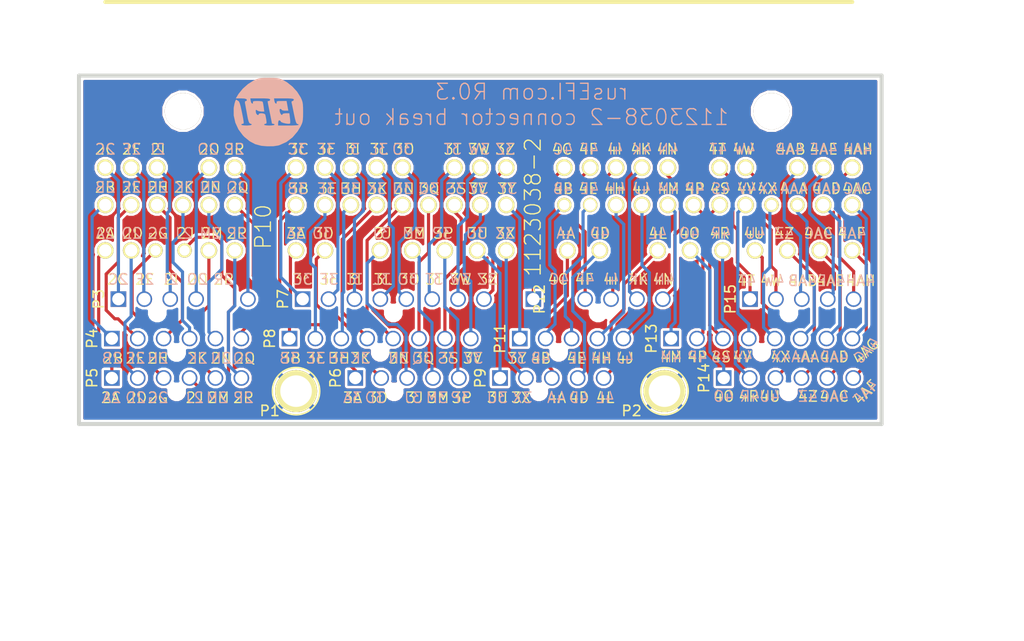
<source format=kicad_pcb>
(kicad_pcb (version 4) (host pcbnew 4.0.5)
  (title_block (title "1123038-2 Connector breakout") (date 2016-12-23) (rev R0.3) (company rusEFI))
  (layers (0 F.Cu signal) (31 B.Cu signal) (34 B.Paste user) (35 F.Paste user) (36 B.SilkS user hide) (37 F.SilkS user) (38 B.Mask user) (39 F.Mask user) (44 Edge.Cuts user))
  (net 0 "")
  (net 1 GND)
  (net 2 /2C)
  (net 3 /2F)
  (net 4 /2I)
  (net 5 /20)
  (net 6 /2R)
  (net 7 /3C)
  (net 8 /3F)
  (net 9 /3I)
  (net 10 /3L)
  (net 11 /3O)
  (net 12 /3T)
  (net 13 /3W)
  (net 14 /3Z)
  (net 15 /2B)
  (net 16 /2E)
  (net 17 /3H)
  (net 18 /2K)
  (net 19 /2N)
  (net 20 /2Q)
  (net 21 /2A)
  (net 22 /2D)
  (net 23 /2G)
  (net 24 /2J)
  (net 25 /2M)
  (net 26 /2P)
  (net 27 /3A)
  (net 28 /3D)
  (net 29 /3J)
  (net 30 /3M)
  (net 31 /3P)
  (net 32 /3B)
  (net 33 /3E)
  (net 34 /3K)
  (net 35 /3N)
  (net 36 /3Q)
  (net 37 /3S)
  (net 38 /3V)
  (net 39 /3U)
  (net 40 /3X)
  (net 41 /4A)
  (net 42 /4D)
  (net 43 /4L)
  (net 44 /4C)
  (net 45 /4F)
  (net 46 /4I)
  (net 47 /4K)
  (net 48 /4N)
  (net 49 /4T)
  (net 50 /4W)
  (net 51 /4AB)
  (net 52 /4AE)
  (net 53 /4AH)
  (net 54 /3Y)
  (net 55 /4B)
  (net 56 /4E)
  (net 57 /4H)
  (net 58 /4J)
  (net 59 /4M)
  (net 60 /4P)
  (net 61 /4S)
  (net 62 /4V)
  (net 63 /4AA)
  (net 64 /4AD)
  (net 65 /4AG)
  (net 66 /4O)
  (net 67 /4R)
  (net 68 /4U)
  (net 69 /4X)
  (net 70 /4AC)
  (net 71 /4AF)
  (net 72 /2H)
  (net 73 /4Z)
  (module Molex_NanoFit_1x05x2.50mm_Straight (layer F.Cu) (at 140.335 63.5)
    (fp_text reference P12 (at -1.905 0 90) (layer F.SilkS))
    (fp_text value CONN_01X05 hide)
    (pad 1 thru_hole rect (at -2.5 0) (size 1.5048 1.5048) (drill 1.2) (layers *.Cu *.Mask) (net 44 /4C))
    (pad 2 thru_hole circle (at 2.5 0) (size 1.5048 1.5048) (drill 1.2) (layers *.Cu *.Mask) (net 45 /4F))
    (pad 3 thru_hole circle (at 5 0) (size 1.5048 1.5048) (drill 1.2) (layers *.Cu *.Mask) (net 46 /4I))
    (pad 4 thru_hole circle (at 7.5 0) (size 1.5048 1.5048) (drill 1.2) (layers *.Cu *.Mask) (net 47 /4K))
    (pad 5 thru_hole circle (at 10 0) (size 1.5048 1.5048) (drill 1.2) (layers *.Cu *.Mask) (net 48 /4N))
    (pad "" np_thru_hole circle (at 3.75 1.34) (size 1.3 1.3) (drill 1.3) (layers *.Cu))
  )
  (module Molex_NanoFit_1x05x2.50mm_Straight (layer F.Cu) (at 97.79 63.5)
    (fp_text reference P3 (at -1.905 0 90) (layer F.SilkS))
    (fp_text value CONN_01X05 hide)
    (pad 1 thru_hole rect (at 0 0) (size 1.5048 1.5048) (drill 1.2) (layers *.Cu *.Mask) (net 2 /2C))
    (pad 2 thru_hole circle (at 2.5 0) (size 1.5048 1.5048) (drill 1.2) (layers *.Cu *.Mask) (net 3 /2F))
    (pad 3 thru_hole circle (at 5 0) (size 1.5048 1.5048) (drill 1.2) (layers *.Cu *.Mask) (net 4 /2I))
    (pad 4 thru_hole circle (at 7.5 0) (size 1.5048 1.5048) (drill 1.2) (layers *.Cu *.Mask) (net 5 /20))
    (pad 5 thru_hole circle (at 12.5 0) (size 1.5048 1.5048) (drill 1.2) (layers *.Cu *.Mask) (net 6 /2R))
    (pad "" np_thru_hole circle (at 3.75 1.34) (size 1.3 1.3) (drill 1.3) (layers *.Cu))
  )
  (module 1123038-2 (layer F.Cu) (at 96.52 50.8)
    (fp_text reference P10 (at 15.24 5.715 90) (layer F.SilkS) (effects (font (thickness 0.127))))
    (fp_text value 1123038-2 (at 41.275 3.81 270) (layer F.SilkS) (effects (font (thickness 0.127))))
    (pad 1 thru_hole circle (at 0 0) (size 1.6 1.6) (drill 1.2) (layers *.Cu *.Mask F.SilkS) (net 2 /2C))
    (pad 2 thru_hole circle (at 2.5 0) (size 1.6 1.6) (drill 1.2) (layers *.Cu *.Mask F.SilkS) (net 3 /2F))
    (pad 3 thru_hole circle (at 5 0) (size 1.6 1.6) (drill 1.2) (layers *.Cu *.Mask F.SilkS) (net 4 /2I))
    (pad 4 thru_hole circle (at 10 0) (size 1.6 1.6) (drill 1.2) (layers *.Cu *.Mask F.SilkS) (net 5 /20))
    (pad 5 thru_hole circle (at 12.5 0) (size 1.6 1.6) (drill 1.2) (layers *.Cu *.Mask F.SilkS) (net 6 /2R))
    (pad 6 thru_hole circle (at 18.4 0) (size 1.6 1.6) (drill 1.2) (layers *.Cu *.Mask F.SilkS) (net 7 /3C))
    (pad 7 thru_hole circle (at 21.2 0) (size 1.6 1.6) (drill 1.2) (layers *.Cu *.Mask F.SilkS) (net 8 /3F))
    (pad 8 thru_hole circle (at 23.7 0) (size 1.6 1.6) (drill 1.2) (layers *.Cu *.Mask F.SilkS) (net 9 /3I))
    (pad 9 thru_hole circle (at 26.2 0) (size 1.6 1.6) (drill 1.2) (layers *.Cu *.Mask F.SilkS) (net 10 /3L))
    (pad 10 thru_hole circle (at 28.7 0) (size 1.6 1.6) (drill 1.2) (layers *.Cu *.Mask F.SilkS) (net 11 /3O))
    (pad 11 thru_hole circle (at 33.7 0) (size 1.6 1.6) (drill 1.2) (layers *.Cu *.Mask F.SilkS) (net 12 /3T))
    (pad 12 thru_hole circle (at 36.2 0) (size 1.6 1.6) (drill 1.2) (layers *.Cu *.Mask F.SilkS) (net 13 /3W))
    (pad 13 thru_hole circle (at 38.7 0) (size 1.6 1.6) (drill 1.2) (layers *.Cu *.Mask F.SilkS) (net 14 /3Z))
    (pad 14 thru_hole circle (at 44.3 0) (size 1.6 1.6) (drill 1.2) (layers *.Cu *.Mask F.SilkS) (net 44 /4C))
    (pad 15 thru_hole circle (at 46.8 0) (size 1.6 1.6) (drill 1.2) (layers *.Cu *.Mask F.SilkS) (net 45 /4F))
    (pad 16 thru_hole circle (at 49.3 0) (size 1.6 1.6) (drill 1.2) (layers *.Cu *.Mask F.SilkS) (net 46 /4I))
    (pad 17 thru_hole circle (at 51.8 0) (size 1.6 1.6) (drill 1.2) (layers *.Cu *.Mask F.SilkS) (net 47 /4K))
    (pad 18 thru_hole circle (at 54.3 0) (size 1.6 1.6) (drill 1.2) (layers *.Cu *.Mask F.SilkS) (net 48 /4N))
    (pad 19 thru_hole circle (at 59.3 0) (size 1.6 1.6) (drill 1.2) (layers *.Cu *.Mask F.SilkS) (net 49 /4T))
    (pad 20 thru_hole circle (at 61.8 0) (size 1.6 1.6) (drill 1.2) (layers *.Cu *.Mask F.SilkS) (net 50 /4W))
    (pad 21 thru_hole circle (at 66.8 0) (size 1.6 1.6) (drill 1.2) (layers *.Cu *.Mask F.SilkS) (net 51 /4AB))
    (pad 22 thru_hole circle (at 69.3 0) (size 1.6 1.6) (drill 1.2) (layers *.Cu *.Mask F.SilkS) (net 52 /4AE))
    (pad 23 thru_hole circle (at 72.1 0) (size 1.6 1.6) (drill 1.2) (layers *.Cu *.Mask F.SilkS) (net 53 /4AH))
    (pad 24 thru_hole circle (at 0 3.6) (size 1.6 1.6) (drill 1.2) (layers *.Cu *.Mask F.SilkS) (net 15 /2B))
    (pad 25 thru_hole circle (at 2.5 3.6) (size 1.6 1.6) (drill 1.2) (layers *.Cu *.Mask F.SilkS) (net 16 /2E))
    (pad 26 thru_hole circle (at 5 3.6) (size 1.6 1.6) (drill 1.2) (layers *.Cu *.Mask F.SilkS) (net 72 /2H))
    (pad 27 thru_hole circle (at 7.5 3.6) (size 1.6 1.6) (drill 1.2) (layers *.Cu *.Mask F.SilkS) (net 18 /2K))
    (pad 28 thru_hole circle (at 10 3.6) (size 1.6 1.6) (drill 1.2) (layers *.Cu *.Mask F.SilkS) (net 19 /2N))
    (pad 29 thru_hole circle (at 12.5 3.6) (size 1.6 1.6) (drill 1.2) (layers *.Cu *.Mask F.SilkS) (net 20 /2Q))
    (pad 30 thru_hole circle (at 18.4 3.6) (size 1.6 1.6) (drill 1.2) (layers *.Cu *.Mask F.SilkS) (net 32 /3B))
    (pad 31 thru_hole circle (at 21.2 3.6) (size 1.6 1.6) (drill 1.2) (layers *.Cu *.Mask F.SilkS) (net 33 /3E))
    (pad 32 thru_hole circle (at 23.7 3.6) (size 1.6 1.6) (drill 1.2) (layers *.Cu *.Mask F.SilkS) (net 17 /3H))
    (pad 33 thru_hole circle (at 26.2 3.6) (size 1.6 1.6) (drill 1.2) (layers *.Cu *.Mask F.SilkS) (net 34 /3K))
    (pad 34 thru_hole circle (at 28.7 3.6) (size 1.6 1.6) (drill 1.2) (layers *.Cu *.Mask F.SilkS) (net 35 /3N))
    (pad 35 thru_hole circle (at 31.2 3.6) (size 1.6 1.6) (drill 1.2) (layers *.Cu *.Mask F.SilkS) (net 36 /3Q))
    (pad 36 thru_hole circle (at 33.7 3.6) (size 1.6 1.6) (drill 1.2) (layers *.Cu *.Mask F.SilkS) (net 37 /3S))
    (pad 37 thru_hole circle (at 36.2 3.6) (size 1.6 1.6) (drill 1.2) (layers *.Cu *.Mask F.SilkS) (net 38 /3V))
    (pad 38 thru_hole circle (at 38.7 3.6) (size 1.6 1.6) (drill 1.2) (layers *.Cu *.Mask F.SilkS) (net 54 /3Y))
    (pad 39 thru_hole circle (at 44.3 3.6) (size 1.4 1.4) (drill 1) (layers *.Cu *.Mask F.SilkS) (net 55 /4B))
    (pad 40 thru_hole circle (at 46.8 3.6) (size 1.4 1.4) (drill 1.1) (layers *.Cu *.Mask F.SilkS) (net 56 /4E))
    (pad 41 thru_hole circle (at 49.3 3.6) (size 1.6 1.6) (drill 1.2) (layers *.Cu *.Mask F.SilkS) (net 57 /4H))
    (pad 42 thru_hole circle (at 51.8 3.6) (size 1.6 1.6) (drill 1.2) (layers *.Cu *.Mask F.SilkS) (net 58 /4J))
    (pad 43 thru_hole circle (at 54.3 3.6) (size 1.6 1.6) (drill 1.2) (layers *.Cu *.Mask F.SilkS) (net 59 /4M))
    (pad 44 thru_hole circle (at 56.8 3.6) (size 1.6 1.6) (drill 1.2) (layers *.Cu *.Mask F.SilkS) (net 60 /4P))
    (pad 45 thru_hole circle (at 59.3 3.6) (size 1.6 1.6) (drill 1.2) (layers *.Cu *.Mask F.SilkS) (net 61 /4S))
    (pad 46 thru_hole circle (at 61.8 3.6) (size 1.6 1.6) (drill 1.2) (layers *.Cu *.Mask F.SilkS) (net 62 /4V))
    (pad 47 thru_hole circle (at 64.3 3.6) (size 1.4 1.4) (drill 1) (layers *.Cu *.Mask F.SilkS) (net 69 /4X))
    (pad 48 thru_hole circle (at 66.8 3.6) (size 1.4 1.4) (drill 1) (layers *.Cu *.Mask F.SilkS) (net 63 /4AA))
    (pad 49 thru_hole circle (at 69.3 3.6) (size 1.6 1.6) (drill 1.2) (layers *.Cu *.Mask F.SilkS) (net 64 /4AD))
    (pad 50 thru_hole circle (at 72.1 3.6) (size 1.6 1.6) (drill 1.2) (layers *.Cu *.Mask F.SilkS) (net 65 /4AG))
    (pad 51 thru_hole circle (at 0 8) (size 1.6 1.6) (drill 1.2) (layers *.Cu *.Mask F.SilkS) (net 21 /2A))
    (pad 52 thru_hole circle (at 2.5 8) (size 1.6 1.6) (drill 1.2) (layers *.Cu *.Mask F.SilkS) (net 22 /2D))
    (pad 53 thru_hole circle (at 4.8476 8) (size 1.4 1.4) (drill 1) (layers *.Cu *.Mask F.SilkS) (net 23 /2G))
    (pad 54 thru_hole circle (at 7.6524 8) (size 1.4 1.4) (drill 1) (layers *.Cu *.Mask F.SilkS) (net 24 /2J))
    (pad 55 thru_hole circle (at 10 8) (size 1.6 1.6) (drill 1.2) (layers *.Cu *.Mask F.SilkS) (net 25 /2M))
    (pad 56 thru_hole circle (at 12.5 8) (size 1.6 1.6) (drill 1.2) (layers *.Cu *.Mask F.SilkS) (net 26 /2P))
    (pad 57 thru_hole circle (at 18.4 8) (size 1.6 1.6) (drill 1.2) (layers *.Cu *.Mask F.SilkS) (net 27 /3A))
    (pad 58 thru_hole circle (at 21.2 8) (size 1.6 1.6) (drill 1.2) (layers *.Cu *.Mask F.SilkS) (net 28 /3D))
    (pad 59 thru_hole circle (at 26.51 8) (size 1.6 1.6) (drill 1.2) (layers *.Cu *.Mask F.SilkS) (net 29 /3J))
    (pad 60 thru_hole circle (at 29.64 8) (size 1.6 1.6) (drill 1.2) (layers *.Cu *.Mask F.SilkS) (net 30 /3M))
    (pad 61 thru_hole circle (at 32.77 8) (size 1.6 1.6) (drill 1.2) (layers *.Cu *.Mask F.SilkS) (net 31 /3P))
    (pad 62 thru_hole circle (at 35.9 8) (size 1.6 1.6) (drill 1.2) (layers *.Cu *.Mask F.SilkS) (net 39 /3U))
    (pad 63 thru_hole circle (at 38.7 8) (size 1.6 1.6) (drill 1.2) (layers *.Cu *.Mask F.SilkS) (net 40 /3X))
    (pad 64 thru_hole circle (at 44.6 8) (size 1.6 1.6) (drill 1.2) (layers *.Cu *.Mask F.SilkS) (net 41 /4A))
    (pad 65 thru_hole circle (at 47.73 8) (size 1.6 1.6) (drill 1.2) (layers *.Cu *.Mask F.SilkS) (net 42 /4D))
    (pad 66 thru_hole circle (at 53.32 8) (size 1.6 1.6) (drill 1.2) (layers *.Cu *.Mask F.SilkS) (net 43 /4L))
    (pad 67 thru_hole circle (at 56.45 8) (size 1.6 1.6) (drill 1.2) (layers *.Cu *.Mask F.SilkS) (net 66 /4O))
    (pad 68 thru_hole circle (at 59.58 8) (size 1.6 1.6) (drill 1.2) (layers *.Cu *.Mask F.SilkS) (net 67 /4R))
    (pad 69 thru_hole circle (at 62.71 8) (size 1.6 1.6) (drill 1.2) (layers *.Cu *.Mask F.SilkS) (net 68 /4U))
    (pad 70 thru_hole circle (at 65.84 8) (size 1.6 1.6) (drill 1.2) (layers *.Cu *.Mask F.SilkS) (net 73 /4Z))
    (pad 71 thru_hole circle (at 68.97 8) (size 1.6 1.6) (drill 1.2) (layers *.Cu *.Mask F.SilkS) (net 70 /4AC))
    (pad 72 thru_hole circle (at 72.1 8) (size 1.6 1.6) (drill 1.2) (layers *.Cu *.Mask F.SilkS) (net 71 /4AF))
    (pad "" thru_hole circle (at 64.3 -5.45) (size 3.5 3.5) (drill 3.5) (layers *.Cu *.Mask F.SilkS))
    (pad "" thru_hole circle (at 7.5 -5.45) (size 3.5 3.5) (drill 3.5) (layers *.Cu *.Mask F.SilkS))
  )
  (module Molex_NanoFit_1x06x2.50mm_Straight (layer F.Cu) (at 156.21 71.12)
    (fp_text reference P14 (at -1.905 0 90) (layer F.SilkS))
    (fp_text value CONN_01X06 hide)
    (pad 1 thru_hole rect (at 0 0) (size 1.5048 1.5048) (drill 1.2) (layers *.Cu *.Mask) (net 66 /4O))
    (pad 2 thru_hole circle (at 2.5 0) (size 1.5048 1.5048) (drill 1.2) (layers *.Cu *.Mask) (net 67 /4R))
    (pad 3 thru_hole circle (at 5 0) (size 1.5048 1.5048) (drill 1.2) (layers *.Cu *.Mask) (net 68 /4U))
    (pad 4 thru_hole circle (at 7.5 0) (size 1.5048 1.5048) (drill 1.2) (layers *.Cu *.Mask) (net 73 /4Z))
    (pad 5 thru_hole circle (at 10 0) (size 1.5048 1.5048) (drill 1.2) (layers *.Cu *.Mask) (net 70 /4AC))
    (pad 6 thru_hole circle (at 12.5 0) (size 1.5048 1.5048) (drill 1.2) (layers *.Cu *.Mask) (net 71 /4AF))
    (pad "" np_thru_hole circle (at 6.25 1.34) (size 1.3 1.3) (drill 1.3) (layers *.Cu))
  )
  (module Molex_NanoFit_1x05x2.50mm_Straight (layer F.Cu) (at 158.75 63.5)
    (fp_text reference P15 (at -1.905 0 90) (layer F.SilkS))
    (fp_text value CONN_01X05 hide)
    (pad 1 thru_hole rect (at 0 0) (size 1.5048 1.5048) (drill 1.2) (layers *.Cu *.Mask) (net 49 /4T))
    (pad 2 thru_hole circle (at 2.5 0) (size 1.5048 1.5048) (drill 1.2) (layers *.Cu *.Mask) (net 50 /4W))
    (pad 3 thru_hole circle (at 5 0) (size 1.5048 1.5048) (drill 1.2) (layers *.Cu *.Mask) (net 51 /4AB))
    (pad 4 thru_hole circle (at 7.5 0) (size 1.5048 1.5048) (drill 1.2) (layers *.Cu *.Mask) (net 52 /4AE))
    (pad 5 thru_hole circle (at 10 0) (size 1.5048 1.5048) (drill 1.2) (layers *.Cu *.Mask) (net 53 /4AH))
    (pad "" np_thru_hole circle (at 3.75 1.34) (size 1.3 1.3) (drill 1.3) (layers *.Cu))
  )
  (module Molex_NanoFit_1x08x2.50mm_Straight (layer F.Cu) (at 151.13 67.31)
    (fp_text reference P13 (at -1.905 0 90) (layer F.SilkS))
    (fp_text value CONN_01X08 hide)
    (pad 1 thru_hole rect (at 0 0) (size 1.5048 1.5048) (drill 1.2) (layers *.Cu *.Mask) (net 59 /4M))
    (pad 2 thru_hole circle (at 2.5 0) (size 1.5048 1.5048) (drill 1.2) (layers *.Cu *.Mask) (net 60 /4P))
    (pad 3 thru_hole circle (at 5 0) (size 1.5048 1.5048) (drill 1.2) (layers *.Cu *.Mask) (net 61 /4S))
    (pad 4 thru_hole circle (at 7.5 0) (size 1.5048 1.5048) (drill 1.2) (layers *.Cu *.Mask) (net 62 /4V))
    (pad 5 thru_hole circle (at 10 0) (size 1.5048 1.5048) (drill 1.2) (layers *.Cu *.Mask) (net 69 /4X))
    (pad 6 thru_hole circle (at 12.5 0) (size 1.5048 1.5048) (drill 1.2) (layers *.Cu *.Mask) (net 63 /4AA))
    (pad 7 thru_hole circle (at 15 0) (size 1.5048 1.5048) (drill 1.2) (layers *.Cu *.Mask) (net 64 /4AD))
    (pad 8 thru_hole circle (at 17.5 0) (size 1.5048 1.5048) (drill 1.2) (layers *.Cu *.Mask) (net 65 /4AG))
    (pad "" np_thru_hole circle (at 8.75 1.34) (size 1.3 1.3) (drill 1.3) (layers *.Cu))
  )
  (module Molex_NanoFit_1x05x2.50mm_Straight (layer F.Cu) (at 134.62 71.12)
    (fp_text reference P9 (at -1.905 0 90) (layer F.SilkS))
    (fp_text value CONN_01X05 hide)
    (pad 1 thru_hole rect (at 0 0) (size 1.5048 1.5048) (drill 1.2) (layers *.Cu *.Mask) (net 39 /3U))
    (pad 2 thru_hole circle (at 2.5 0) (size 1.5048 1.5048) (drill 1.2) (layers *.Cu *.Mask) (net 40 /3X))
    (pad 3 thru_hole circle (at 5 0) (size 1.5048 1.5048) (drill 1.2) (layers *.Cu *.Mask) (net 41 /4A))
    (pad 4 thru_hole circle (at 7.5 0) (size 1.5048 1.5048) (drill 1.2) (layers *.Cu *.Mask) (net 42 /4D))
    (pad 5 thru_hole circle (at 10 0) (size 1.5048 1.5048) (drill 1.2) (layers *.Cu *.Mask) (net 43 /4L))
    (pad "" np_thru_hole circle (at 3.75 1.34) (size 1.3 1.3) (drill 1.3) (layers *.Cu))
  )
  (module Molex_NanoFit_1x05x2.50mm_Straight (layer F.Cu) (at 136.525 67.31)
    (fp_text reference P11 (at -1.905 0 90) (layer F.SilkS))
    (fp_text value CONN_01X05 hide)
    (pad 1 thru_hole rect (at 0 0) (size 1.5048 1.5048) (drill 1.2) (layers *.Cu *.Mask) (net 54 /3Y))
    (pad 2 thru_hole circle (at 2.5 0) (size 1.5048 1.5048) (drill 1.2) (layers *.Cu *.Mask) (net 55 /4B))
    (pad 3 thru_hole circle (at 5 0) (size 1.5048 1.5048) (drill 1.2) (layers *.Cu *.Mask) (net 56 /4E))
    (pad 4 thru_hole circle (at 7.5 0) (size 1.5048 1.5048) (drill 1.2) (layers *.Cu *.Mask) (net 57 /4H))
    (pad 5 thru_hole circle (at 10 0) (size 1.5048 1.5048) (drill 1.2) (layers *.Cu *.Mask) (net 58 /4J))
    (pad "" np_thru_hole circle (at 3.75 1.34) (size 1.3 1.3) (drill 1.3) (layers *.Cu))
  )
  (module Molex_NanoFit_1x05x2.50mm_Straight (layer F.Cu) (at 120.65 71.12)
    (fp_text reference P6 (at -1.905 0 90) (layer F.SilkS))
    (fp_text value CONN_01X05 hide)
    (pad 1 thru_hole rect (at 0 0) (size 1.5048 1.5048) (drill 1.2) (layers *.Cu *.Mask) (net 27 /3A))
    (pad 2 thru_hole circle (at 2.5 0) (size 1.5048 1.5048) (drill 1.2) (layers *.Cu *.Mask) (net 28 /3D))
    (pad 3 thru_hole circle (at 5 0) (size 1.5048 1.5048) (drill 1.2) (layers *.Cu *.Mask) (net 29 /3J))
    (pad 4 thru_hole circle (at 7.5 0) (size 1.5048 1.5048) (drill 1.2) (layers *.Cu *.Mask) (net 30 /3M))
    (pad 5 thru_hole circle (at 10 0) (size 1.5048 1.5048) (drill 1.2) (layers *.Cu *.Mask) (net 31 /3P))
    (pad "" np_thru_hole circle (at 3.75 1.34) (size 1.3 1.3) (drill 1.3) (layers *.Cu))
  )
  (module Molex_NanoFit_1x08x2.50mm_Straight (layer F.Cu) (at 114.3 67.31)
    (fp_text reference P8 (at -1.905 0 270) (layer F.SilkS))
    (fp_text value CONN_01X08 hide)
    (pad 1 thru_hole rect (at 0 0) (size 1.5048 1.5048) (drill 1.2) (layers *.Cu *.Mask) (net 32 /3B))
    (pad 2 thru_hole circle (at 2.5 0) (size 1.5048 1.5048) (drill 1.2) (layers *.Cu *.Mask) (net 33 /3E))
    (pad 3 thru_hole circle (at 5 0) (size 1.5048 1.5048) (drill 1.2) (layers *.Cu *.Mask) (net 17 /3H))
    (pad 4 thru_hole circle (at 7.5 0) (size 1.5048 1.5048) (drill 1.2) (layers *.Cu *.Mask) (net 34 /3K))
    (pad 5 thru_hole circle (at 10 0) (size 1.5048 1.5048) (drill 1.2) (layers *.Cu *.Mask) (net 35 /3N))
    (pad 6 thru_hole circle (at 12.5 0) (size 1.5048 1.5048) (drill 1.2) (layers *.Cu *.Mask) (net 36 /3Q))
    (pad 7 thru_hole circle (at 15 0) (size 1.5048 1.5048) (drill 1.2) (layers *.Cu *.Mask) (net 37 /3S))
    (pad 8 thru_hole circle (at 17.5 0) (size 1.5048 1.5048) (drill 1.2) (layers *.Cu *.Mask) (net 38 /3V))
    (pad "" np_thru_hole circle (at 8.75 1.34) (size 1.3 1.3) (drill 1.3) (layers *.Cu))
  )
  (module Molex_NanoFit_1x08x2.50mm_Straight (layer F.Cu) (at 115.57 63.5)
    (fp_text reference P7 (at -1.905 0 90) (layer F.SilkS))
    (fp_text value CONN_01X08 hide)
    (pad 1 thru_hole rect (at 0 0) (size 1.5048 1.5048) (drill 1.2) (layers *.Cu *.Mask) (net 7 /3C))
    (pad 2 thru_hole circle (at 2.5 0) (size 1.5048 1.5048) (drill 1.2) (layers *.Cu *.Mask) (net 8 /3F))
    (pad 3 thru_hole circle (at 5 0) (size 1.5048 1.5048) (drill 1.2) (layers *.Cu *.Mask) (net 9 /3I))
    (pad 4 thru_hole circle (at 7.5 0) (size 1.5048 1.5048) (drill 1.2) (layers *.Cu *.Mask) (net 10 /3L))
    (pad 5 thru_hole circle (at 10 0) (size 1.5048 1.5048) (drill 1.2) (layers *.Cu *.Mask) (net 11 /3O))
    (pad 6 thru_hole circle (at 12.5 0) (size 1.5048 1.5048) (drill 1.2) (layers *.Cu *.Mask) (net 12 /3T))
    (pad 7 thru_hole circle (at 15 0) (size 1.5048 1.5048) (drill 1.2) (layers *.Cu *.Mask) (net 13 /3W))
    (pad 8 thru_hole circle (at 17.5 0) (size 1.5048 1.5048) (drill 1.2) (layers *.Cu *.Mask) (net 14 /3Z))
    (pad "" np_thru_hole circle (at 8.75 1.34) (size 1.3 1.3) (drill 1.3) (layers *.Cu))
  )
  (module Molex_NanoFit_1x06x2.50mm_Straight (layer F.Cu) (at 97.155 71.12)
    (fp_text reference P5 (at -1.905 0 90) (layer F.SilkS))
    (fp_text value CONN_01X06 hide)
    (pad 1 thru_hole rect (at 0 0) (size 1.5048 1.5048) (drill 1.2) (layers *.Cu *.Mask) (net 21 /2A))
    (pad 2 thru_hole circle (at 2.5 0) (size 1.5048 1.5048) (drill 1.2) (layers *.Cu *.Mask) (net 22 /2D))
    (pad 3 thru_hole circle (at 5 0) (size 1.5048 1.5048) (drill 1.2) (layers *.Cu *.Mask) (net 23 /2G))
    (pad 4 thru_hole circle (at 7.5 0) (size 1.5048 1.5048) (drill 1.2) (layers *.Cu *.Mask) (net 24 /2J))
    (pad 5 thru_hole circle (at 10 0) (size 1.5048 1.5048) (drill 1.2) (layers *.Cu *.Mask) (net 25 /2M))
    (pad 6 thru_hole circle (at 12.5 0) (size 1.5048 1.5048) (drill 1.2) (layers *.Cu *.Mask) (net 26 /2P))
    (pad "" np_thru_hole circle (at 6.25 1.34) (size 1.3 1.3) (drill 1.3) (layers *.Cu))
  )
  (module Molex_NanoFit_1x06x2.50mm_Straight (layer F.Cu) (at 97.155 67.31)
    (fp_text reference P4 (at -1.905 0 90) (layer F.SilkS))
    (fp_text value CONN_01X06 hide)
    (pad 1 thru_hole rect (at 0 0) (size 1.5048 1.5048) (drill 1.2) (layers *.Cu *.Mask) (net 15 /2B))
    (pad 2 thru_hole circle (at 2.5 0) (size 1.5048 1.5048) (drill 1.2) (layers *.Cu *.Mask) (net 16 /2E))
    (pad 3 thru_hole circle (at 5 0) (size 1.5048 1.5048) (drill 1.2) (layers *.Cu *.Mask) (net 72 /2H))
    (pad 4 thru_hole circle (at 7.5 0) (size 1.5048 1.5048) (drill 1.2) (layers *.Cu *.Mask) (net 18 /2K))
    (pad 5 thru_hole circle (at 10 0) (size 1.5048 1.5048) (drill 1.2) (layers *.Cu *.Mask) (net 19 /2N))
    (pad 6 thru_hole circle (at 12.5 0) (size 1.5048 1.5048) (drill 1.2) (layers *.Cu *.Mask) (net 20 /2Q))
    (pad "" np_thru_hole circle (at 6.25 1.34) (size 1.3 1.3) (drill 1.3) (layers *.Cu))
  )
  (module 1pin (layer F.Cu) (at 114.935 72.39)
    (fp_text reference P1 (at -2.54 1.905) (layer F.SilkS))
    (fp_text value CONN_1 hide)
    (pad 1 thru_hole circle (at 0 0) (size 4.064 4.064) (drill 3.048) (layers *.Cu *.Mask F.SilkS) (net 1 GND))
  )
  (module 1pin (layer F.Cu) (at 150.495 72.39)
    (fp_text reference P2 (at -3.175 1.905) (layer F.SilkS))
    (fp_text value CONN_1 hide)
    (pad 1 thru_hole circle (at 0 0) (size 4.064 4.064) (drill 3.048) (layers *.Cu *.Mask F.SilkS) (net 1 GND))
  )
  (module logo:LOGO (layer B.Cu) (at 112.268 45.466 180)
    (fp_text reference G1 hide)
    (fp_text value LOGO hide)
  )
  (gr_text 2C (at 96.52 49.022) (layer F.SilkS) (effects (font (size 1.016 1.016) (thickness 0.127))))
  (gr_text 2C (at 97.663 61.595) (layer F.SilkS) (effects (font (size 1.016 1.016) (thickness 0.127))))
  (gr_text 2B (at 96.52 52.705) (layer F.SilkS) (effects (font (size 1.016 1.016) (thickness 0.127))))
  (gr_text 2A (at 96.52 57.15) (layer F.SilkS) (effects (font (size 1.016 1.016) (thickness 0.127))))
  (gr_text 2B (at 97.282 69.215) (layer F.SilkS) (effects (font (size 1.016 1.016) (thickness 0.127))))
  (gr_text 2A (at 97.028 73.025) (layer F.SilkS) (effects (font (size 1.016 1.016) (thickness 0.127))))
  (gr_text 2F (at 100.33 61.595) (layer F.SilkS) (effects (font (size 1.016 1.016) (thickness 0.127))))
  (gr_text 2I (at 102.87 61.595) (layer F.SilkS) (effects (font (size 1.016 1.016) (thickness 0.127))))
  (gr_text 2O (at 105.41 61.595) (layer F.SilkS) (effects (font (size 1.016 1.016) (thickness 0.127))))
  (gr_text 2R (at 107.95 61.595) (layer F.SilkS) (effects (font (size 1.016 1.016) (thickness 0.127))))
  (gr_text 2E (at 99.441 69.215) (layer F.SilkS) (effects (font (size 1.016 1.016) (thickness 0.127))))
  (gr_text 2H (at 101.6 69.215) (layer F.SilkS) (effects (font (size 1.016 1.016) (thickness 0.127))))
  (gr_text 2K (at 105.41 69.215) (layer F.SilkS) (effects (font (size 1.016 1.016) (thickness 0.127))))
  (gr_text 2N (at 107.696 69.215) (layer F.SilkS) (effects (font (size 1.016 1.016) (thickness 0.127))))
  (gr_text 2Q (at 109.982 69.215) (layer F.SilkS) (effects (font (size 1.016 1.016) (thickness 0.127))))
  (gr_text 2D (at 99.568 73.025) (layer F.SilkS) (effects (font (size 1.016 1.016) (thickness 0.127))))
  (gr_text 2G (at 101.6 73.025) (layer F.SilkS) (effects (font (size 1.016 1.016) (thickness 0.127))))
  (gr_text 2J (at 105.156 73.025) (layer F.SilkS) (effects (font (size 1.016 1.016) (thickness 0.127))))
  (gr_text 2M (at 107.442 73.025) (layer F.SilkS) (effects (font (size 1.016 1.016) (thickness 0.127))))
  (gr_text 2P (at 109.855 73.025) (layer F.SilkS) (effects (font (size 1.016 1.016) (thickness 0.127))))
  (gr_text 4O (at 152.908 57.15) (layer F.SilkS) (effects (font (size 1.016 1.016) (thickness 0.127))))
  (gr_text 4L (at 149.86 57.15) (layer F.SilkS) (effects (font (size 1.016 1.016) (thickness 0.127))))
  (gr_text 4D (at 144.272 57.15) (layer F.SilkS) (effects (font (size 1.016 1.016) (thickness 0.127))))
  (gr_text 3S (at 130.429 52.832) (layer F.SilkS) (effects (font (size 1.016 1.016) (thickness 0.127))))
  (gr_text 3V (at 132.461 52.832) (layer F.SilkS) (effects (font (size 1.016 1.016) (thickness 0.127))))
  (gr_text 3Y (at 135.255 52.832) (layer F.SilkS) (effects (font (size 1.016 1.016) (thickness 0.127))))
  (gr_text 3P (at 130.937 73.025) (layer F.SilkS) (effects (font (size 1.016 1.016) (thickness 0.127))))
  (gr_text 3M (at 128.651 73.025) (layer F.SilkS) (effects (font (size 1.016 1.016) (thickness 0.127))))
  (gr_text 3J (at 126.365 73.025) (layer F.SilkS) (effects (font (size 1.016 1.016) (thickness 0.127))))
  (gr_text 3D (at 122.809 73.025) (layer F.SilkS) (effects (font (size 1.016 1.016) (thickness 0.127))))
  (gr_text 3A (at 120.396 73.025) (layer F.SilkS) (effects (font (size 1.016 1.016) (thickness 0.127))))
  (gr_text 3Q (at 127.254 69.215) (layer F.SilkS) (effects (font (size 1.016 1.016) (thickness 0.127))))
  (gr_text 3N (at 124.841 69.215) (layer F.SilkS) (effects (font (size 1.016 1.016) (thickness 0.127))))
  (gr_text 3K (at 121.158 69.215) (layer F.SilkS) (effects (font (size 1.016 1.016) (thickness 0.127))))
  (gr_text 3H (at 119.126 69.215) (layer F.SilkS) (effects (font (size 1.016 1.016) (thickness 0.127))))
  (gr_text 3E (at 116.84 69.215) (layer F.SilkS) (effects (font (size 1.016 1.016) (thickness 0.127))))
  (gr_text 3B (at 114.427 69.215) (layer F.SilkS) (effects (font (size 1.016 1.016) (thickness 0.127))))
  (gr_text 3T (at 128.27 61.595) (layer F.SilkS) (effects (font (size 1.016 1.016) (thickness 0.127))))
  (gr_text 3O (at 125.857 61.595) (layer F.SilkS) (effects (font (size 1.016 1.016) (thickness 0.127))))
  (gr_text 3L (at 123.317 61.595) (layer F.SilkS) (effects (font (size 1.016 1.016) (thickness 0.127))))
  (gr_text 3I (at 120.523 61.595) (layer F.SilkS) (effects (font (size 1.016 1.016) (thickness 0.127))))
  (gr_text 3F (at 118.11 61.595) (layer F.SilkS) (effects (font (size 1.016 1.016) (thickness 0.127))))
  (gr_text 3C (at 115.57 61.595) (layer F.SilkS) (effects (font (size 1.016 1.016) (thickness 0.127))))
  (gr_text 4L (at 144.78 73.025) (layer F.SilkS) (effects (font (size 1.016 1.016) (thickness 0.127))))
  (gr_text 4D (at 142.24 73.025) (layer F.SilkS) (effects (font (size 1.016 1.016) (thickness 0.127))))
  (gr_text 4A (at 140.081 73.025) (layer F.SilkS) (effects (font (size 1.016 1.016) (thickness 0.127))))
  (gr_text 3X (at 136.652 73.025) (layer F.SilkS) (effects (font (size 1.016 1.016) (thickness 0.127))))
  (gr_text 3U (at 134.366 73.025) (layer F.SilkS) (effects (font (size 1.016 1.016) (thickness 0.127))))
  (gr_text 4AD (at 166.878 69.088) (layer F.SilkS) (effects (font (size 1.016 1.016) (thickness 0.127))))
  (gr_text 4J (at 146.685 69.215) (layer F.SilkS) (effects (font (size 1.016 1.016) (thickness 0.127))))
  (gr_text 4H (at 144.399 69.215) (layer F.SilkS) (effects (font (size 1.016 1.016) (thickness 0.127))))
  (gr_text 4E (at 141.986 69.215) (layer F.SilkS) (effects (font (size 1.016 1.016) (thickness 0.127))))
  (gr_text 4B (at 138.557 69.215) (layer F.SilkS) (effects (font (size 1.016 1.016) (thickness 0.127))))
  (gr_text 3Y (at 136.271 69.215) (layer F.SilkS) (effects (font (size 1.016 1.016) (thickness 0.127))))
  (gr_text 3V (at 131.953 69.215) (layer F.SilkS) (effects (font (size 1.016 1.016) (thickness 0.127))))
  (gr_text 3S (at 129.667 69.215) (layer F.SilkS) (effects (font (size 1.016 1.016) (thickness 0.127))))
  (gr_text 3Z (at 133.477 61.595) (layer F.SilkS) (effects (font (size 1.016 1.016) (thickness 0.127))))
  (gr_text 3W (at 130.81 61.595) (layer F.SilkS) (effects (font (size 1.016 1.016) (thickness 0.127))))
  (gr_text 4AF (at 169.926 72.517 45) (layer F.SilkS) (effects (font (size 1.016 1.016) (thickness 0.127))))
  (gr_text 4AC (at 166.878 72.898) (layer F.SilkS) (effects (font (size 1.016 1.016) (thickness 0.127))))
  (gr_text 4Z (at 164.338 72.898) (layer F.SilkS) (effects (font (size 1.016 1.016) (thickness 0.127))))
  (gr_text 4U (at 160.655 72.898) (layer F.SilkS) (effects (font (size 1.016 1.016) (thickness 0.127))))
  (gr_text 4R (at 158.623 72.898) (layer F.SilkS) (effects (font (size 1.016 1.016) (thickness 0.127))))
  (gr_text 4O (at 156.21 72.898) (layer F.SilkS) (effects (font (size 1.016 1.016) (thickness 0.127))))
  (gr_text 4N (at 150.368 61.595) (layer F.SilkS) (effects (font (size 1.016 1.016) (thickness 0.127))))
  (gr_text 4K (at 147.955 61.595) (layer F.SilkS) (effects (font (size 1.016 1.016) (thickness 0.127))))
  (gr_text 4I (at 145.288 61.595) (layer F.SilkS) (effects (font (size 1.016 1.016) (thickness 0.127))))
  (gr_text 4F (at 142.748 61.595) (layer F.SilkS) (effects (font (size 1.016 1.016) (thickness 0.127))))
  (gr_text 4C (at 140.208 61.595) (layer F.SilkS) (effects (font (size 1.016 1.016) (thickness 0.127))))
  (gr_text 4AH (at 169.418 61.722) (layer F.SilkS) (effects (font (size 1.016 1.016) (thickness 0.127))))
  (gr_text 4AE (at 166.497 61.722) (layer F.SilkS) (effects (font (size 1.016 1.016) (thickness 0.127))))
  (gr_text 4AB (at 163.83 61.722) (layer F.SilkS) (effects (font (size 1.016 1.016) (thickness 0.127))))
  (gr_text 4W (at 160.782 61.722) (layer F.SilkS) (effects (font (size 1.016 1.016) (thickness 0.127))))
  (gr_text 4T (at 158.369 61.722) (layer F.SilkS) (effects (font (size 1.016 1.016) (thickness 0.127))))
  (gr_text 4AG (at 169.926 68.58 45) (layer F.SilkS) (effects (font (size 1.016 1.016) (thickness 0.127))))
  (gr_text 4AA (at 164.084 69.088) (layer F.SilkS) (effects (font (size 1.016 1.016) (thickness 0.127))))
  (gr_text 4X (at 161.671 69.088) (layer F.SilkS) (effects (font (size 1.016 1.016) (thickness 0.127))))
  (gr_text 4V (at 157.988 69.088) (layer F.SilkS) (effects (font (size 1.016 1.016) (thickness 0.127))))
  (gr_text 4S (at 155.956 69.088) (layer F.SilkS) (effects (font (size 1.016 1.016) (thickness 0.127))))
  (gr_text 4P (at 153.67 69.088) (layer F.SilkS) (effects (font (size 1.016 1.016) (thickness 0.127))))
  (gr_text 4M (at 151.13 69.088) (layer F.SilkS) (effects (font (size 1.016 1.016) (thickness 0.127))))
  (gr_text 3A (at 114.935 57.15) (layer F.SilkS) (effects (font (size 1.016 1.016) (thickness 0.127))))
  (gr_text 2P (at 109.22 57.15) (layer F.SilkS) (effects (font (size 1.016 1.016) (thickness 0.127))))
  (gr_text 2M (at 106.807 57.15) (layer F.SilkS) (effects (font (size 1.016 1.016) (thickness 0.127))))
  (gr_text 2J (at 104.267 57.15) (layer F.SilkS) (effects (font (size 1.016 1.016) (thickness 0.127))))
  (gr_text 2G (at 101.6 57.15) (layer F.SilkS) (effects (font (size 1.016 1.016) (thickness 0.127))))
  (gr_text 2D (at 99.187 57.15) (layer F.SilkS) (effects (font (size 1.016 1.016) (thickness 0.127))))
  (gr_text 3J (at 123.317 57.15) (layer F.SilkS) (effects (font (size 1.016 1.016) (thickness 0.127))))
  (gr_text 2Q (at 109.347 52.705) (layer F.SilkS) (effects (font (size 1.016 1.016) (thickness 0.127))))
  (gr_text 2N (at 106.68 52.705) (layer F.SilkS) (effects (font (size 1.016 1.016) (thickness 0.127))))
  (gr_text 2K (at 104.14 52.705) (layer F.SilkS) (effects (font (size 1.016 1.016) (thickness 0.127))))
  (gr_text 2H (at 101.6 52.705) (layer F.SilkS) (effects (font (size 1.016 1.016) (thickness 0.127))))
  (gr_text 2E (at 99.06 52.705) (layer F.SilkS) (effects (font (size 1.016 1.016) (thickness 0.127))))
  (gr_text 3M (at 126.365 57.15) (layer F.SilkS) (effects (font (size 1.016 1.016) (thickness 0.127))))
  (gr_text 2R (at 108.966 49.022) (layer F.SilkS) (effects (font (size 1.016 1.016) (thickness 0.127))))
  (gr_text 2O (at 106.553 49.022) (layer F.SilkS) (effects (font (size 1.016 1.016) (thickness 0.127))))
  (gr_text 3D (at 117.602 57.15) (layer F.SilkS) (effects (font (size 1.016 1.016) (thickness 0.127))))
  (gr_text 2I (at 101.6 49.022) (layer F.SilkS) (effects (font (size 1.016 1.016) (thickness 0.127))))
  (gr_text 2F (at 99.06 49.022) (layer F.SilkS) (effects (font (size 1.016 1.016) (thickness 0.127))))
  (gr_text 3T (at 130.048 49.022) (layer F.SilkS) (effects (font (size 1.016 1.016) (thickness 0.127))))
  (gr_text 3O (at 125.349 49.022) (layer F.SilkS) (effects (font (size 1.016 1.016) (thickness 0.127))))
  (gr_text 3L (at 122.936 49.022) (layer F.SilkS) (effects (font (size 1.016 1.016) (thickness 0.127))))
  (gr_text 3I (at 120.396 49.022) (layer F.SilkS) (effects (font (size 1.016 1.016) (thickness 0.127))))
  (gr_text 3F (at 117.856 49.022) (layer F.SilkS) (effects (font (size 1.016 1.016) (thickness 0.127))))
  (gr_text 3C (at 115.189 49.022) (layer F.SilkS) (effects (font (size 1.016 1.016) (thickness 0.127))))
  (gr_text 3Q (at 127.762 52.832) (layer F.SilkS) (effects (font (size 1.016 1.016) (thickness 0.127))))
  (gr_text 3N (at 125.349 52.832) (layer F.SilkS) (effects (font (size 1.016 1.016) (thickness 0.127))))
  (gr_text 3K (at 122.809 52.832) (layer F.SilkS) (effects (font (size 1.016 1.016) (thickness 0.127))))
  (gr_text 3H (at 120.269 52.832) (layer F.SilkS) (effects (font (size 1.016 1.016) (thickness 0.127))))
  (gr_text 3E (at 117.983 52.832) (layer F.SilkS) (effects (font (size 1.016 1.016) (thickness 0.127))))
  (gr_text 3B (at 115.189 52.832) (layer F.SilkS) (effects (font (size 1.016 1.016) (thickness 0.127))))
  (gr_text 4AH (at 169.164 49.022) (layer F.SilkS) (effects (font (size 1.016 1.016) (thickness 0.127))))
  (gr_text 4AE (at 165.862 49.022) (layer F.SilkS) (effects (font (size 1.016 1.016) (thickness 0.127))))
  (gr_text 4AB (at 162.687 49.022) (layer F.SilkS) (effects (font (size 1.016 1.016) (thickness 0.127))))
  (gr_text 3Z (at 135.128 49.022) (layer F.SilkS) (effects (font (size 1.016 1.016) (thickness 0.127))))
  (gr_text 4W (at 158.115 49.022) (layer F.SilkS) (effects (font (size 1.016 1.016) (thickness 0.127))))
  (gr_text 4T (at 155.575 49.022) (layer F.SilkS) (effects (font (size 1.016 1.016) (thickness 0.127))))
  (gr_text 4AC (at 169.037 52.832) (layer F.SilkS) (effects (font (size 1.016 1.016) (thickness 0.127))))
  (gr_text 4AD (at 166.116 52.832) (layer F.SilkS) (effects (font (size 1.016 1.016) (thickness 0.127))))
  (gr_text 4AA (at 162.941 52.832) (layer F.SilkS) (effects (font (size 1.016 1.016) (thickness 0.127))))
  (gr_text 4X (at 160.401 52.832) (layer F.SilkS) (effects (font (size 1.016 1.016) (thickness 0.127))))
  (gr_text 4V (at 158.369 52.832) (layer F.SilkS) (effects (font (size 1.016 1.016) (thickness 0.127))))
  (gr_text 4S (at 155.829 52.832) (layer F.SilkS) (effects (font (size 1.016 1.016) (thickness 0.127))))
  (gr_text 4AF (at 168.529 57.15) (layer F.SilkS) (effects (font (size 1.016 1.016) (thickness 0.127))))
  (gr_text 4AC (at 165.354 57.15) (layer F.SilkS) (effects (font (size 1.016 1.016) (thickness 0.127))))
  (gr_text 4Z (at 162.052 57.15) (layer F.SilkS) (effects (font (size 1.016 1.016) (thickness 0.127))))
  (gr_text 4U (at 159.131 57.15) (layer F.SilkS) (effects (font (size 1.016 1.016) (thickness 0.127))))
  (gr_text 4R (at 155.829 57.15) (layer F.SilkS) (effects (font (size 1.016 1.016) (thickness 0.127))))
  (gr_text 4P (at 153.416 52.832) (layer F.SilkS) (effects (font (size 1.016 1.016) (thickness 0.127))))
  (gr_text 4M (at 150.876 52.832) (layer F.SilkS) (effects (font (size 1.016 1.016) (thickness 0.127))))
  (gr_text 4J (at 148.209 52.832) (layer F.SilkS) (effects (font (size 1.016 1.016) (thickness 0.127))))
  (gr_text 4H (at 145.669 52.832) (layer F.SilkS) (effects (font (size 1.016 1.016) (thickness 0.127))))
  (gr_text 4E (at 143.129 52.832) (layer F.SilkS) (effects (font (size 1.016 1.016) (thickness 0.127))))
  (gr_text 4B (at 140.716 52.832) (layer F.SilkS) (effects (font (size 1.016 1.016) (thickness 0.127))))
  (gr_text 3W (at 132.588 49.022) (layer F.SilkS) (effects (font (size 1.016 1.016) (thickness 0.127))))
  (gr_text 4N (at 150.749 49.022) (layer F.SilkS) (effects (font (size 1.016 1.016) (thickness 0.127))))
  (gr_text 4K (at 148.209 49.022) (layer F.SilkS) (effects (font (size 1.016 1.016) (thickness 0.127))))
  (gr_text 4I (at 145.669 49.022) (layer F.SilkS) (effects (font (size 1.016 1.016) (thickness 0.127))))
  (gr_text 4F (at 143.129 49.022) (layer F.SilkS) (effects (font (size 1.016 1.016) (thickness 0.127))))
  (gr_text 4C (at 140.589 49.022) (layer F.SilkS) (effects (font (size 1.016 1.016) (thickness 0.127))))
  (gr_text 3P (at 129.159 57.15) (layer F.SilkS) (effects (font (size 1.016 1.016) (thickness 0.127))))
  (gr_text 3U (at 132.461 57.15) (layer F.SilkS) (effects (font (size 1.016 1.016) (thickness 0.127))))
  (gr_text 3X (at 135.128 57.15) (layer F.SilkS) (effects (font (size 1.016 1.016) (thickness 0.127))))
  (gr_text 4A (at 140.97 57.15) (layer F.SilkS) (effects (font (size 1.016 1.016) (thickness 0.127))))
  (gr_text 4A (at 140.97 57.15) (layer B.SilkS) (effects (font (size 1.016 1.016) (thickness 0.127)) (justify mirror)))
  (gr_text 3X (at 135.128 57.15) (layer B.SilkS) (effects (font (size 1.016 1.016) (thickness 0.127)) (justify mirror)))
  (gr_text 3U (at 132.334 57.15) (layer B.SilkS) (effects (font (size 1.016 1.016) (thickness 0.127)) (justify mirror)))
  (gr_text 3P (at 129.032 57.15) (layer B.SilkS) (effects (font (size 1.016 1.016) (thickness 0.127)) (justify mirror)))
  (gr_text 4C (at 140.716 49.022) (layer B.SilkS) (effects (font (size 1.016 1.016) (thickness 0.127)) (justify mirror)))
  (gr_text 4F (at 143.256 49.022) (layer B.SilkS) (effects (font (size 1.016 1.016) (thickness 0.127)) (justify mirror)))
  (gr_text 4I (at 145.796 49.022) (layer B.SilkS) (effects (font (size 1.016 1.016) (thickness 0.127)) (justify mirror)))
  (gr_text 4K (at 148.336 49.022) (layer B.SilkS) (effects (font (size 1.016 1.016) (thickness 0.127)) (justify mirror)))
  (gr_text 4N (at 150.876 49.022) (layer B.SilkS) (effects (font (size 1.016 1.016) (thickness 0.127)) (justify mirror)))
  (gr_text 3W (at 132.588 49.022) (layer B.SilkS) (effects (font (size 1.016 1.016) (thickness 0.127)) (justify mirror)))
  (gr_text 4B (at 140.716 52.832) (layer B.SilkS) (effects (font (size 1.016 1.016) (thickness 0.127)) (justify mirror)))
  (gr_text 4E (at 143.256 52.832) (layer B.SilkS) (effects (font (size 1.016 1.016) (thickness 0.127)) (justify mirror)))
  (gr_text 4H (at 145.796 52.832) (layer B.SilkS) (effects (font (size 1.016 1.016) (thickness 0.127)) (justify mirror)))
  (gr_text 4J (at 148.336 52.832) (layer B.SilkS) (effects (font (size 1.016 1.016) (thickness 0.127)) (justify mirror)))
  (gr_text 4M (at 150.876 52.832) (layer B.SilkS) (effects (font (size 1.016 1.016) (thickness 0.127)) (justify mirror)))
  (gr_text 4P (at 153.416 52.832) (layer B.SilkS) (effects (font (size 1.016 1.016) (thickness 0.127)) (justify mirror)))
  (gr_text 4R (at 155.956 57.15) (layer B.SilkS) (effects (font (size 1.016 1.016) (thickness 0.127)) (justify mirror)))
  (gr_text 4U (at 159.258 57.15) (layer B.SilkS) (effects (font (size 1.016 1.016) (thickness 0.127)) (justify mirror)))
  (gr_text 4Z (at 162.052 57.15) (layer B.SilkS) (effects (font (size 1.016 1.016) (thickness 0.127)) (justify mirror)))
  (gr_text 4AC (at 165.354 57.15) (layer B.SilkS) (effects (font (size 1.016 1.016) (thickness 0.127)) (justify mirror)))
  (gr_text 4AF (at 168.656 57.15) (layer B.SilkS) (effects (font (size 1.016 1.016) (thickness 0.127)) (justify mirror)))
  (gr_text 4S (at 155.956 52.832) (layer B.SilkS) (effects (font (size 1.016 1.016) (thickness 0.127)) (justify mirror)))
  (gr_text 4V (at 158.496 52.832) (layer B.SilkS) (effects (font (size 1.016 1.016) (thickness 0.127)) (justify mirror)))
  (gr_text 4X (at 160.528 52.832) (layer B.SilkS) (effects (font (size 1.016 1.016) (thickness 0.127)) (justify mirror)))
  (gr_text 4AA (at 163.068 52.832) (layer B.SilkS) (effects (font (size 1.016 1.016) (thickness 0.127)) (justify mirror)))
  (gr_text 4AD (at 166.116 52.832) (layer B.SilkS) (effects (font (size 1.016 1.016) (thickness 0.127)) (justify mirror)))
  (gr_text 4AC (at 169.164 52.832) (layer B.SilkS) (effects (font (size 1.016 1.016) (thickness 0.127)) (justify mirror)))
  (gr_text 4T (at 155.702 49.022) (layer B.SilkS) (effects (font (size 1.016 1.016) (thickness 0.127)) (justify mirror)))
  (gr_text 4W (at 158.242 49.022) (layer B.SilkS) (effects (font (size 1.016 1.016) (thickness 0.127)) (justify mirror)))
  (gr_text 3Z (at 135.128 49.022) (layer B.SilkS) (effects (font (size 1.016 1.016) (thickness 0.127)) (justify mirror)))
  (gr_text 4AB (at 162.56 49.022) (layer B.SilkS) (effects (font (size 1.016 1.016) (thickness 0.127)) (justify mirror)))
  (gr_text 4AE (at 165.862 49.022) (layer B.SilkS) (effects (font (size 1.016 1.016) (thickness 0.127)) (justify mirror)))
  (gr_text 4AH (at 169.164 49.022) (layer B.SilkS) (effects (font (size 1.016 1.016) (thickness 0.127)) (justify mirror)))
  (gr_text 3B (at 115.062 52.832) (layer B.SilkS) (effects (font (size 1.016 1.016) (thickness 0.127)) (justify mirror)))
  (gr_text 3E (at 117.856 52.832) (layer B.SilkS) (effects (font (size 1.016 1.016) (thickness 0.127)) (justify mirror)))
  (gr_text 3H (at 120.142 52.832) (layer B.SilkS) (effects (font (size 1.016 1.016) (thickness 0.127)) (justify mirror)))
  (gr_text 3K (at 122.682 52.832) (layer B.SilkS) (effects (font (size 1.016 1.016) (thickness 0.127)) (justify mirror)))
  (gr_text 3N (at 125.222 52.832) (layer B.SilkS) (effects (font (size 1.016 1.016) (thickness 0.127)) (justify mirror)))
  (gr_text 3Q (at 127.762 52.832) (layer B.SilkS) (effects (font (size 1.016 1.016) (thickness 0.127)) (justify mirror)))
  (gr_text 3C (at 115.062 49.022) (layer B.SilkS) (effects (font (size 1.016 1.016) (thickness 0.127)) (justify mirror)))
  (gr_text 3F (at 117.856 49.022) (layer B.SilkS) (effects (font (size 1.016 1.016) (thickness 0.127)) (justify mirror)))
  (gr_text 3I (at 120.396 49.022) (layer B.SilkS) (effects (font (size 1.016 1.016) (thickness 0.127)) (justify mirror)))
  (gr_text 3L (at 122.936 49.022) (layer B.SilkS) (effects (font (size 1.016 1.016) (thickness 0.127)) (justify mirror)))
  (gr_text 3O (at 125.222 49.022) (layer B.SilkS) (effects (font (size 1.016 1.016) (thickness 0.127)) (justify mirror)))
  (gr_text 3T (at 130.048 49.022) (layer B.SilkS) (effects (font (size 1.016 1.016) (thickness 0.127)) (justify mirror)))
  (gr_text 2F (at 99.06 49.022) (layer B.SilkS) (effects (font (size 1.016 1.016) (thickness 0.127)) (justify mirror)))
  (gr_text 2I (at 101.6 49.022) (layer B.SilkS) (effects (font (size 1.016 1.016) (thickness 0.127)) (justify mirror)))
  (gr_text 3D (at 117.475 57.15) (layer B.SilkS) (effects (font (size 1.016 1.016) (thickness 0.127)) (justify mirror)))
  (gr_text 2O (at 106.426 49.022) (layer B.SilkS) (effects (font (size 1.016 1.016) (thickness 0.127)) (justify mirror)))
  (gr_text 2R (at 108.966 49.022) (layer B.SilkS) (effects (font (size 1.016 1.016) (thickness 0.127)) (justify mirror)))
  (gr_text 3M (at 126.238 57.15) (layer B.SilkS) (effects (font (size 1.016 1.016) (thickness 0.127)) (justify mirror)))
  (gr_text 2E (at 99.06 52.705) (layer B.SilkS) (effects (font (size 1.016 1.016) (thickness 0.127)) (justify mirror)))
  (gr_text 2H (at 101.6 52.705) (layer B.SilkS) (effects (font (size 1.016 1.016) (thickness 0.127)) (justify mirror)))
  (gr_text 2K (at 104.14 52.705) (layer B.SilkS) (effects (font (size 1.016 1.016) (thickness 0.127)) (justify mirror)))
  (gr_text 2N (at 106.68 52.705) (layer B.SilkS) (effects (font (size 1.016 1.016) (thickness 0.127)) (justify mirror)))
  (gr_text 2Q (at 109.22 52.705) (layer B.SilkS) (effects (font (size 1.016 1.016) (thickness 0.127)) (justify mirror)))
  (gr_text 3J (at 123.19 57.15) (layer B.SilkS) (effects (font (size 1.016 1.016) (thickness 0.127)) (justify mirror)))
  (gr_text 2D (at 99.06 57.15) (layer B.SilkS) (effects (font (size 1.016 1.016) (thickness 0.127)) (justify mirror)))
  (gr_text 2G (at 101.6 57.15) (layer B.SilkS) (effects (font (size 1.016 1.016) (thickness 0.127)) (justify mirror)))
  (gr_text 2J (at 104.14 57.15) (layer B.SilkS) (effects (font (size 1.016 1.016) (thickness 0.127)) (justify mirror)))
  (gr_text 2M (at 106.68 57.15) (layer B.SilkS) (effects (font (size 1.016 1.016) (thickness 0.127)) (justify mirror)))
  (gr_text 2P (at 109.22 57.15) (layer B.SilkS) (effects (font (size 1.016 1.016) (thickness 0.127)) (justify mirror)))
  (gr_text 3A (at 114.935 57.15) (layer B.SilkS) (effects (font (size 1.016 1.016) (thickness 0.127)) (justify mirror)))
  (gr_text 4M (at 151.13 69.088) (layer B.SilkS) (effects (font (size 1.016 1.016) (thickness 0.127)) (justify mirror)))
  (gr_text 4P (at 153.67 69.088) (layer B.SilkS) (effects (font (size 1.016 1.016) (thickness 0.127)) (justify mirror)))
  (gr_text 4S (at 155.956 69.088) (layer B.SilkS) (effects (font (size 1.016 1.016) (thickness 0.127)) (justify mirror)))
  (gr_text 4V (at 158.115 69.088) (layer B.SilkS) (effects (font (size 1.016 1.016) (thickness 0.127)) (justify mirror)))
  (gr_text 4X (at 161.798 69.088) (layer B.SilkS) (effects (font (size 1.016 1.016) (thickness 0.127)) (justify mirror)))
  (gr_text 4AA (at 164.084 69.088) (layer B.SilkS) (effects (font (size 1.016 1.016) (thickness 0.127)) (justify mirror)))
  (gr_text 4AG (at 170.053 68.453 45) (layer B.SilkS) (effects (font (size 1.016 1.016) (thickness 0.127)) (justify mirror)))
  (gr_text 4T (at 158.496 61.722) (layer B.SilkS) (effects (font (size 1.016 1.016) (thickness 0.127)) (justify mirror)))
  (gr_text 4W (at 161.036 61.722) (layer B.SilkS) (effects (font (size 1.016 1.016) (thickness 0.127)) (justify mirror)))
  (gr_text 4AB (at 163.83 61.722) (layer B.SilkS) (effects (font (size 1.016 1.016) (thickness 0.127)) (justify mirror)))
  (gr_text 4AE (at 166.624 61.722) (layer B.SilkS) (effects (font (size 1.016 1.016) (thickness 0.127)) (justify mirror)))
  (gr_text 4AH (at 169.418 61.722) (layer B.SilkS) (effects (font (size 1.016 1.016) (thickness 0.127)) (justify mirror)))
  (gr_text 4C (at 140.335 61.595) (layer B.SilkS) (effects (font (size 1.016 1.016) (thickness 0.127)) (justify mirror)))
  (gr_text 4F (at 142.875 61.595) (layer B.SilkS) (effects (font (size 1.016 1.016) (thickness 0.127)) (justify mirror)))
  (gr_text 4I (at 145.415 61.595) (layer B.SilkS) (effects (font (size 1.016 1.016) (thickness 0.127)) (justify mirror)))
  (gr_text 4K (at 147.955 61.595) (layer B.SilkS) (effects (font (size 1.016 1.016) (thickness 0.127)) (justify mirror)))
  (gr_text 4N (at 150.495 61.595) (layer B.SilkS) (effects (font (size 1.016 1.016) (thickness 0.127)) (justify mirror)))
  (gr_text 4O (at 156.21 72.898) (layer B.SilkS) (effects (font (size 1.016 1.016) (thickness 0.127)) (justify mirror)))
  (gr_text 4R (at 158.75 72.898) (layer B.SilkS) (effects (font (size 1.016 1.016) (thickness 0.127)) (justify mirror)))
  (gr_text 4U (at 160.655 72.898) (layer B.SilkS) (effects (font (size 1.016 1.016) (thickness 0.127)) (justify mirror)))
  (gr_text 4Z (at 164.338 72.898) (layer B.SilkS) (effects (font (size 1.016 1.016) (thickness 0.127)) (justify mirror)))
  (gr_text 4AC (at 166.878 72.898) (layer B.SilkS) (effects (font (size 1.016 1.016) (thickness 0.127)) (justify mirror)))
  (gr_text 4AF (at 169.926 72.517 45) (layer B.SilkS) (effects (font (size 1.016 1.016) (thickness 0.127)) (justify mirror)))
  (gr_text 3W (at 130.81 61.595) (layer B.SilkS) (effects (font (size 1.016 1.016) (thickness 0.127)) (justify mirror)))
  (gr_text 3Z (at 133.35 61.595) (layer B.SilkS) (effects (font (size 1.016 1.016) (thickness 0.127)) (justify mirror)))
  (gr_text 3S (at 129.54 69.215) (layer B.SilkS) (effects (font (size 1.016 1.016) (thickness 0.127)) (justify mirror)))
  (gr_text 3V (at 132.08 69.215) (layer B.SilkS) (effects (font (size 1.016 1.016) (thickness 0.127)) (justify mirror)))
  (gr_text 3Y (at 136.271 69.215) (layer B.SilkS) (effects (font (size 1.016 1.016) (thickness 0.127)) (justify mirror)))
  (gr_text 4B (at 138.557 69.215) (layer B.SilkS) (effects (font (size 1.016 1.016) (thickness 0.127)) (justify mirror)))
  (gr_text 4E (at 142.113 69.215) (layer B.SilkS) (effects (font (size 1.016 1.016) (thickness 0.127)) (justify mirror)))
  (gr_text 4H (at 144.399 69.215) (layer B.SilkS) (effects (font (size 1.016 1.016) (thickness 0.127)) (justify mirror)))
  (gr_text 4J (at 146.685 69.215) (layer B.SilkS) (effects (font (size 1.016 1.016) (thickness 0.127)) (justify mirror)))
  (gr_text 4AD (at 166.878 69.088) (layer B.SilkS) (effects (font (size 1.016 1.016) (thickness 0.127)) (justify mirror)))
  (gr_text 3U (at 134.366 73.025) (layer B.SilkS) (effects (font (size 1.016 1.016) (thickness 0.127)) (justify mirror)))
  (gr_text 3X (at 136.779 73.025) (layer B.SilkS) (effects (font (size 1.016 1.016) (thickness 0.127)) (justify mirror)))
  (gr_text 4A (at 140.081 73.025) (layer B.SilkS) (effects (font (size 1.016 1.016) (thickness 0.127)) (justify mirror)))
  (gr_text 4D (at 142.24 73.025) (layer B.SilkS) (effects (font (size 1.016 1.016) (thickness 0.127)) (justify mirror)))
  (gr_text 4L (at 144.78 73.025) (layer B.SilkS) (effects (font (size 1.016 1.016) (thickness 0.127)) (justify mirror)))
  (gr_text 3C (at 115.57 61.595) (layer B.SilkS) (effects (font (size 1.016 1.016) (thickness 0.127)) (justify mirror)))
  (gr_text 3F (at 118.11 61.595) (layer B.SilkS) (effects (font (size 1.016 1.016) (thickness 0.127)) (justify mirror)))
  (gr_text 3I (at 120.65 61.595) (layer B.SilkS) (effects (font (size 1.016 1.016) (thickness 0.127)) (justify mirror)))
  (gr_text 3L (at 123.19 61.595) (layer B.SilkS) (effects (font (size 1.016 1.016) (thickness 0.127)) (justify mirror)))
  (gr_text 3O (at 125.73 61.595) (layer B.SilkS) (effects (font (size 1.016 1.016) (thickness 0.127)) (justify mirror)))
  (gr_text 3T (at 128.27 61.595) (layer B.SilkS) (effects (font (size 1.016 1.016) (thickness 0.127)) (justify mirror)))
  (gr_text 3B (at 114.3 69.215) (layer B.SilkS) (effects (font (size 1.016 1.016) (thickness 0.127)) (justify mirror)))
  (gr_text 3E (at 116.84 69.215) (layer B.SilkS) (effects (font (size 1.016 1.016) (thickness 0.127)) (justify mirror)))
  (gr_text 3H (at 118.999 69.215) (layer B.SilkS) (effects (font (size 1.016 1.016) (thickness 0.127)) (justify mirror)))
  (gr_text 3K (at 121.158 69.215) (layer B.SilkS) (effects (font (size 1.016 1.016) (thickness 0.127)) (justify mirror)))
  (gr_text 3N (at 124.841 69.215) (layer B.SilkS) (effects (font (size 1.016 1.016) (thickness 0.127)) (justify mirror)))
  (gr_text 3Q (at 127.127 69.215) (layer B.SilkS) (effects (font (size 1.016 1.016) (thickness 0.127)) (justify mirror)))
  (gr_text 3A (at 120.396 73.025) (layer B.SilkS) (effects (font (size 1.016 1.016) (thickness 0.127)) (justify mirror)))
  (gr_text 3D (at 122.555 73.025) (layer B.SilkS) (effects (font (size 1.016 1.016) (thickness 0.127)) (justify mirror)))
  (gr_text 3J (at 126.238 73.025) (layer B.SilkS) (effects (font (size 1.016 1.016) (thickness 0.127)) (justify mirror)))
  (gr_text 3M (at 128.524 73.025) (layer B.SilkS) (effects (font (size 1.016 1.016) (thickness 0.127)) (justify mirror)))
  (gr_text 3P (at 130.81 73.025) (layer B.SilkS) (effects (font (size 1.016 1.016) (thickness 0.127)) (justify mirror)))
  (gr_text 3Y (at 135.382 52.832) (layer B.SilkS) (effects (font (size 1.016 1.016) (thickness 0.127)) (justify mirror)))
  (gr_text 3V (at 132.588 52.832) (layer B.SilkS) (effects (font (size 1.016 1.016) (thickness 0.127)) (justify mirror)))
  (gr_text 3S (at 130.302 52.832) (layer B.SilkS) (effects (font (size 1.016 1.016) (thickness 0.127)) (justify mirror)))
  (gr_text 4D (at 144.272 57.15) (layer B.SilkS) (effects (font (size 1.016 1.016) (thickness 0.127)) (justify mirror)))
  (gr_text 4L (at 149.86 57.15) (layer B.SilkS) (effects (font (size 1.016 1.016) (thickness 0.127)) (justify mirror)))
  (gr_text 4O (at 152.908 57.15) (layer B.SilkS) (effects (font (size 1.016 1.016) (thickness 0.127)) (justify mirror)))
  (gr_text 2P (at 109.855 73.025) (layer B.SilkS) (effects (font (size 1.016 1.016) (thickness 0.127)) (justify mirror)))
  (gr_text 2M (at 107.315 73.025) (layer B.SilkS) (effects (font (size 1.016 1.016) (thickness 0.127)) (justify mirror)))
  (gr_text 2J (at 105.156 73.025) (layer B.SilkS) (effects (font (size 1.016 1.016) (thickness 0.127)) (justify mirror)))
  (gr_text 2G (at 101.6 73.025) (layer B.SilkS) (effects (font (size 1.016 1.016) (thickness 0.127)) (justify mirror)))
  (gr_text 2D (at 99.441 73.025) (layer B.SilkS) (effects (font (size 1.016 1.016) (thickness 0.127)) (justify mirror)))
  (gr_text 2Q (at 109.855 69.215) (layer B.SilkS) (effects (font (size 1.016 1.016) (thickness 0.127)) (justify mirror)))
  (gr_text 2N (at 107.696 69.215) (layer B.SilkS) (effects (font (size 1.016 1.016) (thickness 0.127)) (justify mirror)))
  (gr_text 2K (at 105.41 69.215) (layer B.SilkS) (effects (font (size 1.016 1.016) (thickness 0.127)) (justify mirror)))
  (gr_text 2H (at 101.6 69.215) (layer B.SilkS) (effects (font (size 1.016 1.016) (thickness 0.127)) (justify mirror)))
  (gr_text 2E (at 99.441 69.215) (layer B.SilkS) (effects (font (size 1.016 1.016) (thickness 0.127)) (justify mirror)))
  (gr_text 2R (at 107.95 61.595) (layer B.SilkS) (effects (font (size 1.016 1.016) (thickness 0.127)) (justify mirror)))
  (gr_text 2O (at 105.41 61.595) (layer B.SilkS) (effects (font (size 1.016 1.016) (thickness 0.127)) (justify mirror)))
  (gr_text 2I (at 102.87 61.595) (layer B.SilkS) (effects (font (size 1.016 1.016) (thickness 0.127)) (justify mirror)))
  (gr_text 2F (at 100.33 61.595) (layer B.SilkS) (effects (font (size 1.016 1.016) (thickness 0.127)) (justify mirror)))
  (gr_text 2A (at 97.155 73.025) (layer B.SilkS) (effects (font (size 1.016 1.016) (thickness 0.127)) (justify mirror)))
  (gr_text 2B (at 97.155 69.215) (layer B.SilkS) (effects (font (size 1.016 1.016) (thickness 0.127)) (justify mirror)))
  (gr_text 2A (at 96.52 57.15) (layer B.SilkS) (effects (font (size 1.016 1.016) (thickness 0.127)) (justify mirror)))
  (gr_text 2B (at 96.52 52.705) (layer B.SilkS) (effects (font (size 1.016 1.016) (thickness 0.127)) (justify mirror)))
  (gr_text 2C (at 97.79 61.595) (layer B.SilkS) (effects (font (size 1.016 1.016) (thickness 0.127)) (justify mirror)))
  (gr_text 2C (at 96.52 49.022) (layer B.SilkS) (effects (font (size 1.016 1.016) (thickness 0.127)) (justify mirror)))
  (gr_text "rusEFI.com R0.3\n1123038-2 connector break out" (at 137.668 44.704) (layer B.SilkS) (effects (font (thickness 0.127)) (justify mirror)))
  (gr_line (start 93.98 75.565) (end 93.98 41.91) (angle 90) (layer Edge.Cuts) (width 0.381))
  (gr_line (start 171.45 75.565) (end 93.98 75.565) (angle 90) (layer Edge.Cuts) (width 0.381))
  (gr_line (start 171.45 41.91) (end 171.45 75.565) (angle 90) (layer Edge.Cuts) (width 0.381))
  (gr_line (start 93.98 41.91) (end 171.45 41.91) (angle 90) (layer Edge.Cuts) (width 0.381))
  (segment (start 97.79 63.5) (end 97.79 52.07) (width 0.3048) (layer B.Cu) (net 2))
  (segment (start 97.79 52.07) (end 96.52 50.8) (width 0.3048) (layer B.Cu) (net 2))
  (segment (start 100.2392 52.0192) (end 100.2392 63.5) (width 0.3048) (layer B.Cu) (net 3))
  (segment (start 99.02 50.8) (end 100.2392 52.0192) (width 0.3048) (layer B.Cu) (net 3))
  (segment (start 102.79 63.5) (end 102.79 61.55) (width 0.3048) (layer B.Cu) (net 4))
  (segment (start 102.79 61.55) (end 102.504499 61.264499) (width 0.3048) (layer B.Cu) (net 4))
  (segment (start 102.504499 61.264499) (end 102.504499 55.175501) (width 0.3048) (layer B.Cu) (net 4))
  (segment (start 102.504499 55.175501) (end 102.74 54.94) (width 0.3048) (layer B.Cu) (net 4))
  (segment (start 102.74 54.94) (end 102.74 52.02) (width 0.3048) (layer B.Cu) (net 4))
  (segment (start 102.74 52.02) (end 101.52 50.8) (width 0.3048) (layer B.Cu) (net 4))
  (segment (start 105.3027 52.0173) (end 105.3027 63.5) (width 0.3048) (layer B.Cu) (net 5))
  (segment (start 106.52 50.8) (end 105.3027 52.0173) (width 0.3048) (layer B.Cu) (net 5))
  (segment (start 110.29 63.5) (end 110.29 52.07) (width 0.3048) (layer B.Cu) (net 6))
  (segment (start 110.29 52.07) (end 109.02 50.8) (width 0.3048) (layer B.Cu) (net 6))
  (segment (start 114.92 50.8) (end 114.92 50.8404) (width 0.3048) (layer B.Cu) (net 7))
  (segment (start 114.92 50.8404) (end 113.4618 52.2986) (width 0.3048) (layer B.Cu) (net 7))
  (segment (start 113.4618 52.2986) (end 113.4618 61.3918) (width 0.3048) (layer B.Cu) (net 7))
  (segment (start 113.4618 61.3918) (end 115.57 63.5) (width 0.3048) (layer B.Cu) (net 7))
  (segment (start 117.72 50.8) (end 118.97487 52.05487) (width 0.3048) (layer B.Cu) (net 8))
  (segment (start 118.97487 52.05487) (end 118.97487 62.59513) (width 0.3048) (layer B.Cu) (net 8))
  (segment (start 118.97487 62.59513) (end 118.07 63.5) (width 0.3048) (layer B.Cu) (net 8))
  (segment (start 121.426401 54.979073) (end 120.57 55.835474) (width 0.3048) (layer B.Cu) (net 9))
  (segment (start 120.57 62.435946) (end 120.57 63.5) (width 0.3048) (layer B.Cu) (net 9))
  (segment (start 121.426401 52.006401) (end 121.426401 54.979073) (width 0.3048) (layer B.Cu) (net 9))
  (segment (start 120.22 50.8) (end 121.426401 52.006401) (width 0.3048) (layer B.Cu) (net 9))
  (segment (start 120.57 55.835474) (end 120.57 62.435946) (width 0.3048) (layer B.Cu) (net 9))
  (segment (start 123.94 52.02) (end 123.519999 51.599999) (width 0.3048) (layer B.Cu) (net 10))
  (segment (start 123.94 56.27) (end 123.94 52.02) (width 0.3048) (layer B.Cu) (net 10))
  (segment (start 124.317389 56.647389) (end 123.94 56.27) (width 0.3048) (layer B.Cu) (net 10))
  (segment (start 124.317389 62.252611) (end 124.317389 56.647389) (width 0.3048) (layer B.Cu) (net 10))
  (segment (start 123.07 63.5) (end 124.317389 62.252611) (width 0.3048) (layer B.Cu) (net 10))
  (segment (start 123.519999 51.599999) (end 122.72 50.8) (width 0.3048) (layer B.Cu) (net 10))
  (segment (start 126.433065 56.496835) (end 124.8762 58.0537) (width 0.3048) (layer B.Cu) (net 11))
  (segment (start 124.8762 58.0537) (end 124.8762 62.8062) (width 0.3048) (layer B.Cu) (net 11))
  (segment (start 125.22 50.8) (end 126.433065 52.013065) (width 0.3048) (layer B.Cu) (net 11))
  (segment (start 126.433065 52.013065) (end 126.433065 56.496835) (width 0.3048) (layer B.Cu) (net 11))
  (segment (start 124.8762 62.8062) (end 125.57 63.5) (width 0.3048) (layer B.Cu) (net 11))
  (segment (start 127.7906 58.2056) (end 127.7906 63.754) (width 0.3048) (layer B.Cu) (net 12))
  (segment (start 128.9892 57.007) (end 127.7906 58.2056) (width 0.3048) (layer B.Cu) (net 12))
  (segment (start 128.9892 52.0308) (end 128.9892 57.007) (width 0.3048) (layer B.Cu) (net 12))
  (segment (start 130.22 50.8) (end 128.9892 52.0308) (width 0.3048) (layer B.Cu) (net 12))
  (segment (start 130.57 56.4629) (end 130.57 63.5) (width 0.3048) (layer B.Cu) (net 13))
  (segment (start 131.4765 55.5564) (end 130.57 56.4629) (width 0.3048) (layer B.Cu) (net 13))
  (segment (start 131.4765 52.0435) (end 131.4765 55.5564) (width 0.3048) (layer B.Cu) (net 13))
  (segment (start 132.72 50.8) (end 131.4765 52.0435) (width 0.3048) (layer B.Cu) (net 13))
  (segment (start 133.9281 62.6419) (end 133.07 63.5) (width 0.3048) (layer F.Cu) (net 14))
  (segment (start 133.9281 52.0919) (end 133.9281 62.6419) (width 0.3048) (layer F.Cu) (net 14))
  (segment (start 135.22 50.8) (end 133.9281 52.0919) (width 0.3048) (layer F.Cu) (net 14))
  (segment (start 96.52 54.4) (end 96.3871 54.4) (width 0.3048) (layer B.Cu) (net 15))
  (segment (start 96.3871 54.4) (end 95.25 55.5371) (width 0.3048) (layer B.Cu) (net 15))
  (segment (start 95.25 55.5371) (end 95.25 65.405) (width 0.3048) (layer B.Cu) (net 15))
  (segment (start 95.25 65.405) (end 97.155 67.31) (width 0.3048) (layer B.Cu) (net 15))
  (segment (start 97.75 65.405) (end 99.655 67.31) (width 0.3048) (layer F.Cu) (net 16))
  (segment (start 97.4425 65.405) (end 97.75 65.405) (width 0.3048) (layer F.Cu) (net 16))
  (segment (start 96.611 64.5735) (end 97.4425 65.405) (width 0.3048) (layer F.Cu) (net 16))
  (segment (start 96.611 61.075) (end 96.611 64.5735) (width 0.3048) (layer F.Cu) (net 16))
  (segment (start 97.7701 59.9159) (end 96.611 61.075) (width 0.3048) (layer F.Cu) (net 16))
  (segment (start 97.7701 55.6499) (end 97.7701 59.9159) (width 0.3048) (layer F.Cu) (net 16))
  (segment (start 99.02 54.4) (end 97.7701 55.6499) (width 0.3048) (layer F.Cu) (net 16))
  (segment (start 119.4 62.960278) (end 119.4 67.29) (width 0.3048) (layer B.Cu) (net 17))
  (segment (start 119.53368 62.826598) (end 119.4 62.960278) (width 0.3048) (layer B.Cu) (net 17))
  (segment (start 119.533681 55.086319) (end 119.53368 62.826598) (width 0.3048) (layer B.Cu) (net 17))
  (segment (start 120.22 54.4) (end 119.533681 55.086319) (width 0.3048) (layer B.Cu) (net 17))
  (segment (start 103.9749 65.565846) (end 104.655 66.245946) (width 0.3048) (layer B.Cu) (net 18))
  (segment (start 103.9749 60.8711) (end 103.9749 65.565846) (width 0.3048) (layer B.Cu) (net 18))
  (segment (start 103.06331 59.95951) (end 103.9749 60.8711) (width 0.3048) (layer B.Cu) (net 18))
  (segment (start 103.06331 58.006962) (end 103.06331 59.95951) (width 0.3048) (layer B.Cu) (net 18))
  (segment (start 104.655 66.245946) (end 104.655 67.31) (width 0.3048) (layer B.Cu) (net 18))
  (segment (start 104.02 57.050272) (end 103.06331 58.006962) (width 0.3048) (layer B.Cu) (net 18))
  (segment (start 104.02 54.4) (end 104.02 57.050272) (width 0.3048) (layer B.Cu) (net 18))
  (segment (start 106.52 54.4) (end 106.52 56.228) (width 0.3048) (layer B.Cu) (net 19))
  (segment (start 106.5276 66.6826) (end 107.155 67.31) (width 0.3048) (layer B.Cu) (net 19))
  (segment (start 106.5276 61.849) (end 106.5276 66.6826) (width 0.3048) (layer B.Cu) (net 19))
  (segment (start 107.76792 60.60868) (end 106.5276 61.849) (width 0.3048) (layer B.Cu) (net 19))
  (segment (start 107.76792 57.47592) (end 107.76792 60.60868) (width 0.3048) (layer B.Cu) (net 19))
  (segment (start 106.52 56.228) (end 107.76792 57.47592) (width 0.3048) (layer B.Cu) (net 19))
  (segment (start 109.655 67.31) (end 109.655 66.6845) (width 0.3048) (layer F.Cu) (net 20))
  (segment (start 109.655 66.6845) (end 111.7219 64.6176) (width 0.3048) (layer F.Cu) (net 20))
  (segment (start 111.7219 64.6176) (end 111.7219 62.1538) (width 0.3048) (layer F.Cu) (net 20))
  (segment (start 111.7219 62.1538) (end 110.8075 61.2394) (width 0.3048) (layer F.Cu) (net 20))
  (segment (start 110.8075 61.2394) (end 110.8075 56.1875) (width 0.3048) (layer F.Cu) (net 20))
  (segment (start 110.8075 56.1875) (end 109.02 54.4) (width 0.3048) (layer F.Cu) (net 20))
  (segment (start 97.155 71.12) (end 97.155 70.0786) (width 0.3048) (layer F.Cu) (net 21))
  (segment (start 95.885 59.435) (end 96.52 58.8) (width 0.3048) (layer F.Cu) (net 21))
  (segment (start 95.885 68.8086) (end 95.885 59.435) (width 0.3048) (layer F.Cu) (net 21))
  (segment (start 97.155 70.0786) (end 95.885 68.8086) (width 0.3048) (layer F.Cu) (net 21))
  (segment (start 98.4197 69.8847) (end 99.655 71.12) (width 0.3048) (layer B.Cu) (net 22))
  (segment (start 98.4197 65.7619) (end 98.4197 69.8847) (width 0.3048) (layer B.Cu) (net 22))
  (segment (start 99.02 65.1616) (end 98.4197 65.7619) (width 0.3048) (layer B.Cu) (net 22))
  (segment (start 99.02 58.8) (end 99.02 65.1616) (width 0.3048) (layer B.Cu) (net 22))
  (segment (start 99.111 61.209) (end 99.111 61.0566) (width 0.3048) (layer F.Cu) (net 23))
  (segment (start 100.8975 66.4999) (end 100.8975 69.8625) (width 0.3048) (layer F.Cu) (net 23))
  (segment (start 99.111 64.7134) (end 100.8975 66.4999) (width 0.3048) (layer F.Cu) (net 23))
  (segment (start 99.111 61.209) (end 99.111 64.7134) (width 0.3048) (layer F.Cu) (net 23))
  (segment (start 102.155 71.12) (end 100.8975 69.8625) (width 0.3048) (layer F.Cu) (net 23))
  (segment (start 99.111 61.0566) (end 101.3676 58.8) (width 0.3048) (layer F.Cu) (net 23))
  (segment (start 104.1724 58.8) (end 104.1724 58.6476) (width 0.3048) (layer F.Cu) (net 24))
  (segment (start 104.1724 58.6476) (end 105.2904 57.5296) (width 0.3048) (layer F.Cu) (net 24))
  (segment (start 106.045 72.51) (end 104.655 71.12) (width 0.3048) (layer F.Cu) (net 24))
  (segment (start 105.2904 57.5296) (end 107.0988 57.5296) (width 0.3048) (layer F.Cu) (net 24))
  (segment (start 107.0988 57.5296) (end 107.7701 58.2009) (width 0.3048) (layer F.Cu) (net 24))
  (segment (start 107.7701 58.2009) (end 107.7701 61.2115) (width 0.3048) (layer F.Cu) (net 24))
  (segment (start 107.7701 61.2115) (end 108.9939 62.4353) (width 0.3048) (layer F.Cu) (net 24))
  (segment (start 108.9939 62.4353) (end 108.9939 64.1611) (width 0.3048) (layer F.Cu) (net 24))
  (segment (start 108.9939 64.1611) (end 108.4125 64.7425) (width 0.3048) (layer F.Cu) (net 24))
  (segment (start 108.4125 64.7425) (end 108.4125 71.7627) (width 0.3048) (layer F.Cu) (net 24))
  (segment (start 108.4125 71.7627) (end 107.6652 72.51) (width 0.3048) (layer F.Cu) (net 24))
  (segment (start 107.6652 72.51) (end 106.045 72.51) (width 0.3048) (layer F.Cu) (net 24))
  (segment (start 105.9089 69.8739) (end 107.155 71.12) (width 0.3048) (layer F.Cu) (net 25))
  (segment (start 105.9089 64.7461) (end 105.9089 69.8739) (width 0.3048) (layer F.Cu) (net 25))
  (segment (start 106.52 64.135) (end 105.9089 64.7461) (width 0.3048) (layer F.Cu) (net 25))
  (segment (start 106.52 58.8) (end 106.52 64.135) (width 0.3048) (layer F.Cu) (net 25))
  (segment (start 108.405 69.87) (end 109.655 71.12) (width 0.3048) (layer B.Cu) (net 26))
  (segment (start 108.405 64.75) (end 108.405 69.87) (width 0.3048) (layer B.Cu) (net 26))
  (segment (start 109.02 64.135) (end 108.405 64.75) (width 0.3048) (layer B.Cu) (net 26))
  (segment (start 109.02 58.8) (end 109.02 64.135) (width 0.3048) (layer B.Cu) (net 26))
  (segment (start 118.0501 67.7833) (end 120.2079 69.9411) (width 0.3048) (layer F.Cu) (net 27))
  (segment (start 114.391 59.329) (end 114.391 64.5587) (width 0.3048) (layer F.Cu) (net 27))
  (segment (start 114.391 64.5587) (end 115.805 65.9727) (width 0.3048) (layer F.Cu) (net 27))
  (segment (start 115.805 65.9727) (end 117.1968 65.9727) (width 0.3048) (layer F.Cu) (net 27))
  (segment (start 117.1968 65.9727) (end 118.0501 66.826) (width 0.3048) (layer F.Cu) (net 27))
  (segment (start 118.0501 66.826) (end 118.0501 67.7833) (width 0.3048) (layer F.Cu) (net 27))
  (segment (start 120.2079 69.9479) (end 120.65 70.39) (width 0.3048) (layer F.Cu) (net 27))
  (segment (start 120.2079 69.9411) (end 120.2079 69.9479) (width 0.3048) (layer F.Cu) (net 27))
  (segment (start 120.65 70.39) (end 120.65 71.12) (width 0.3048) (layer F.Cu) (net 27))
  (segment (start 114.92 58.8) (end 114.391 59.329) (width 0.3048) (layer F.Cu) (net 27))
  (segment (start 120.479 68.449) (end 123.15 71.12) (width 0.3048) (layer F.Cu) (net 28))
  (segment (start 120.479 66.7528) (end 120.479 68.449) (width 0.3048) (layer F.Cu) (net 28))
  (segment (start 118.4923 64.7661) (end 120.479 66.7528) (width 0.3048) (layer F.Cu) (net 28))
  (segment (start 117.6393 64.7661) (end 118.4923 64.7661) (width 0.3048) (layer F.Cu) (net 28))
  (segment (start 116.891 64.0178) (end 117.6393 64.7661) (width 0.3048) (layer F.Cu) (net 28))
  (segment (start 116.891 59.629) (end 116.891 64.0178) (width 0.3048) (layer F.Cu) (net 28))
  (segment (start 117.72 58.8) (end 116.891 59.629) (width 0.3048) (layer F.Cu) (net 28))
  (segment (start 123.8191 65.9438) (end 124.6846 65.9438) (width 0.3048) (layer B.Cu) (net 29))
  (segment (start 121.785644 63.910344) (end 123.8191 65.9438) (width 0.3048) (layer B.Cu) (net 29))
  (segment (start 123.03 58.8) (end 121.785644 60.044356) (width 0.3048) (layer B.Cu) (net 29))
  (segment (start 121.785644 60.044356) (end 121.785644 63.910344) (width 0.3048) (layer B.Cu) (net 29))
  (segment (start 125.5501 71.0201) (end 125.65 71.12) (width 0.3048) (layer B.Cu) (net 29))
  (segment (start 124.6846 65.9438) (end 125.5501 66.8093) (width 0.3048) (layer B.Cu) (net 29))
  (segment (start 125.5501 66.8093) (end 125.5501 71.0201) (width 0.3048) (layer B.Cu) (net 29))
  (segment (start 128.0501 71.0201) (end 128.15 71.12) (width 0.3048) (layer B.Cu) (net 30))
  (segment (start 128.0501 65.7766) (end 128.0501 71.0201) (width 0.3048) (layer B.Cu) (net 30))
  (segment (start 126.8201 64.5466) (end 128.0501 65.7766) (width 0.3048) (layer B.Cu) (net 30))
  (segment (start 126.8201 59.4601) (end 126.8201 64.5466) (width 0.3048) (layer B.Cu) (net 30))
  (segment (start 126.16 58.8) (end 126.8201 59.4601) (width 0.3048) (layer B.Cu) (net 30))
  (segment (start 129.29 64.2462) (end 129.29 58.8) (width 0.3048) (layer B.Cu) (net 31))
  (segment (start 130.55 71.02) (end 130.55 65.5062) (width 0.3048) (layer B.Cu) (net 31))
  (segment (start 130.55 65.5062) (end 129.29 64.2462) (width 0.3048) (layer B.Cu) (net 31))
  (segment (start 130.65 71.12) (end 130.55 71.02) (width 0.3048) (layer B.Cu) (net 31))
  (segment (start 113.3538 65.1849) (end 114.3 66.1311) (width 0.3048) (layer F.Cu) (net 32))
  (segment (start 114.3 67.31) (end 114.3 66.1311) (width 0.3048) (layer F.Cu) (net 32))
  (segment (start 114.92 54.4) (end 113.3538 55.9662) (width 0.3048) (layer F.Cu) (net 32))
  (segment (start 113.3538 55.9662) (end 113.3538 65.1849) (width 0.3048) (layer F.Cu) (net 32))
  (segment (start 117.72 54.4) (end 117.72 55.6858) (width 0.3048) (layer B.Cu) (net 33))
  (segment (start 116.8 60.4882) (end 116.8 67.31) (width 0.3048) (layer B.Cu) (net 33))
  (segment (start 116.334202 60.022402) (end 116.8 60.4882) (width 0.3048) (layer B.Cu) (net 33))
  (segment (start 116.334202 57.071598) (end 116.334202 60.022402) (width 0.3048) (layer B.Cu) (net 33))
  (segment (start 117.72 55.6858) (end 116.334202 57.071598) (width 0.3048) (layer B.Cu) (net 33))
  (segment (start 119.385 64.768) (end 121.8762 67.2592) (width 0.3048) (layer F.Cu) (net 34))
  (segment (start 119.385 57.735) (end 119.385 64.768) (width 0.3048) (layer F.Cu) (net 34))
  (segment (start 122.72 54.4) (end 119.385 57.735) (width 0.3048) (layer F.Cu) (net 34))
  (segment (start 121.7894 64.7994) (end 124.3 67.31) (width 0.3048) (layer F.Cu) (net 35))
  (segment (start 121.7894 57.8306) (end 121.7894 64.7994) (width 0.3048) (layer F.Cu) (net 35))
  (segment (start 125.22 54.4) (end 121.7894 57.8306) (width 0.3048) (layer F.Cu) (net 35))
  (segment (start 126.8 59.92) (end 126.8 67.31) (width 0.3048) (layer F.Cu) (net 36))
  (segment (start 127.72 59) (end 126.8 59.92) (width 0.3048) (layer F.Cu) (net 36))
  (segment (start 127.72 54.4) (end 127.72 59) (width 0.3048) (layer F.Cu) (net 36))
  (segment (start 130.22 54.4) (end 130.22 55.0614) (width 0.3048) (layer F.Cu) (net 37))
  (segment (start 130.22 55.0614) (end 130.8735 55.7149) (width 0.3048) (layer F.Cu) (net 37))
  (segment (start 130.8735 55.7149) (end 130.8735 59.9567) (width 0.3048) (layer F.Cu) (net 37))
  (segment (start 130.8735 59.9567) (end 129.3 61.5302) (width 0.3048) (layer F.Cu) (net 37))
  (segment (start 129.3 61.5302) (end 129.3 67.31) (width 0.3048) (layer F.Cu) (net 37))
  (segment (start 132.72 54.4) (end 132.72 55.8623) (width 0.3048) (layer B.Cu) (net 38))
  (segment (start 132.72 55.8623) (end 131.9276 56.6547) (width 0.3048) (layer B.Cu) (net 38))
  (segment (start 131.9276 56.6547) (end 131.9276 56.642) (width 0.3048) (layer B.Cu) (net 38))
  (segment (start 131.9276 56.642) (end 131.2859 57.2837) (width 0.3048) (layer B.Cu) (net 38))
  (segment (start 131.2859 57.2837) (end 131.2859 57.8739) (width 0.3048) (layer B.Cu) (net 38))
  (segment (start 131.2859 57.8739) (end 131.16306 57.99674) (width 0.3048) (layer B.Cu) (net 38))
  (segment (start 131.16306 57.99674) (end 131.16306 61.15156) (width 0.3048) (layer B.Cu) (net 38))
  (segment (start 131.16306 61.15156) (end 131.8 61.7885) (width 0.3048) (layer B.Cu) (net 38))
  (segment (start 131.8 61.7885) (end 131.8 67.31) (width 0.3048) (layer B.Cu) (net 38))
  (segment (start 134.62 61) (end 134.62 71.12) (width 0.3048) (layer B.Cu) (net 39))
  (segment (start 132.42 58.8) (end 134.62 61) (width 0.3048) (layer B.Cu) (net 39))
  (segment (start 135.22 69.22) (end 137.12 71.12) (width 0.3048) (layer B.Cu) (net 40))
  (segment (start 135.22 58.8) (end 135.22 69.22) (width 0.3048) (layer B.Cu) (net 40))
  (segment (start 139.62 71.12) (end 139.62 70.3288) (width 0.3048) (layer F.Cu) (net 41))
  (segment (start 141.12 63.1595) (end 141.12 58.8) (width 0.3048) (layer F.Cu) (net 41))
  (segment (start 137.795 66.4845) (end 141.12 63.1595) (width 0.3048) (layer F.Cu) (net 41))
  (segment (start 137.795 68.5038) (end 137.795 66.4845) (width 0.3048) (layer F.Cu) (net 41))
  (segment (start 139.62 70.3288) (end 137.795 68.5038) (width 0.3048) (layer F.Cu) (net 41))
  (segment (start 142.775 70.465) (end 142.12 71.12) (width 0.3048) (layer B.Cu) (net 42))
  (segment (start 142.775 65.7765) (end 142.775 70.465) (width 0.3048) (layer B.Cu) (net 42))
  (segment (start 141.6423 64.6438) (end 142.775 65.7765) (width 0.3048) (layer B.Cu) (net 42))
  (segment (start 141.6423 61.4077) (end 141.6423 64.6438) (width 0.3048) (layer B.Cu) (net 42))
  (segment (start 144.25 58.8) (end 141.6423 61.4077) (width 0.3048) (layer B.Cu) (net 42))
  (segment (start 145.346 70.394) (end 144.62 71.12) (width 0.3048) (layer F.Cu) (net 43))
  (segment (start 145.346 65.7056) (end 145.346 70.394) (width 0.3048) (layer F.Cu) (net 43))
  (segment (start 146.5902 64.4614) (end 145.346 65.7056) (width 0.3048) (layer F.Cu) (net 43))
  (segment (start 146.5902 62.0498) (end 146.5902 64.4614) (width 0.3048) (layer F.Cu) (net 43))
  (segment (start 149.84 58.8) (end 146.5902 62.0498) (width 0.3048) (layer F.Cu) (net 43))
  (segment (start 137.835 63.5) (end 137.835 53.785) (width 0.3048) (layer F.Cu) (net 44))
  (segment (start 137.835 53.785) (end 140.82 50.8) (width 0.3048) (layer F.Cu) (net 44))
  (segment (start 143.32 50.8) (end 143.32 50.8757) (width 0.3048) (layer F.Cu) (net 45))
  (segment (start 143.32 50.8757) (end 142.0749 52.1208) (width 0.3048) (layer F.Cu) (net 45))
  (segment (start 142.0749 52.1208) (end 142.0749 56.2483) (width 0.3048) (layer F.Cu) (net 45))
  (segment (start 142.0749 56.2483) (end 142.835 57.0084) (width 0.3048) (layer F.Cu) (net 45))
  (segment (start 142.835 57.0084) (end 142.835 63.5) (width 0.3048) (layer F.Cu) (net 45))
  (segment (start 145.4985 57.5086) (end 145.4985 63.4673) (width 0.3048) (layer F.Cu) (net 46))
  (segment (start 144.554 56.5641) (end 145.4985 57.5086) (width 0.3048) (layer F.Cu) (net 46))
  (segment (start 144.554 52.066) (end 144.554 56.5641) (width 0.3048) (layer F.Cu) (net 46))
  (segment (start 145.82 50.8) (end 144.554 52.066) (width 0.3048) (layer F.Cu) (net 46))
  (segment (start 148.32 50.8) (end 147.113453 52.006547) (width 0.3048) (layer B.Cu) (net 47))
  (segment (start 147.113453 52.006547) (end 147.113453 62.778453) (width 0.3048) (layer B.Cu) (net 47))
  (segment (start 147.113453 62.778453) (end 147.835 63.5) (width 0.3048) (layer B.Cu) (net 47))
  (segment (start 150.82 50.8) (end 150.82 51.58) (width 0.3048) (layer F.Cu) (net 48))
  (segment (start 150.82 51.58) (end 152.03 52.79) (width 0.3048) (layer F.Cu) (net 48))
  (segment (start 152.03 52.79) (end 152.03 56.75) (width 0.3048) (layer F.Cu) (net 48))
  (segment (start 152.03 56.75) (end 151.49 57.29) (width 0.3048) (layer F.Cu) (net 48))
  (segment (start 151.49 57.29) (end 151.49 62.345) (width 0.3048) (layer F.Cu) (net 48))
  (segment (start 151.49 62.345) (end 150.335 63.5) (width 0.3048) (layer F.Cu) (net 48))
  (segment (start 158.75 63.5) (end 158.75 61.1886) (width 0.3048) (layer F.Cu) (net 49))
  (segment (start 157.0863 52.0663) (end 155.82 50.8) (width 0.3048) (layer F.Cu) (net 49))
  (segment (start 157.0863 56.3499) (end 157.0863 52.0663) (width 0.3048) (layer F.Cu) (net 49))
  (segment (start 157.5308 56.7944) (end 157.0863 56.3499) (width 0.3048) (layer F.Cu) (net 49))
  (segment (start 157.5308 59.9694) (end 157.5308 56.7944) (width 0.3048) (layer F.Cu) (net 49))
  (segment (start 158.75 61.1886) (end 157.5308 59.9694) (width 0.3048) (layer F.Cu) (net 49))
  (segment (start 161.25 63.5) (end 161.25 60.7803) (width 0.3048) (layer F.Cu) (net 50))
  (segment (start 159.6517 52.1317) (end 158.32 50.8) (width 0.3048) (layer F.Cu) (net 50))
  (segment (start 159.6517 55.6768) (end 159.6517 52.1317) (width 0.3048) (layer F.Cu) (net 50))
  (segment (start 160.7947 56.8198) (end 159.6517 55.6768) (width 0.3048) (layer F.Cu) (net 50))
  (segment (start 160.7947 60.325) (end 160.7947 56.8198) (width 0.3048) (layer F.Cu) (net 50))
  (segment (start 161.25 60.7803) (end 160.7947 60.325) (width 0.3048) (layer F.Cu) (net 50))
  (segment (start 163.32 50.8) (end 163.32 51.1322) (width 0.3048) (layer B.Cu) (net 51))
  (segment (start 163.32 51.1322) (end 162.048402 52.403798) (width 0.3048) (layer B.Cu) (net 51))
  (segment (start 162.048402 52.403798) (end 162.048402 55.851002) (width 0.3048) (layer B.Cu) (net 51))
  (segment (start 162.048402 55.851002) (end 163.6268 57.4294) (width 0.3048) (layer B.Cu) (net 51))
  (segment (start 163.6268 57.4294) (end 163.6268 63.2371) (width 0.3048) (layer B.Cu) (net 51))
  (segment (start 163.53028 63.33108) (end 163.6992 63.5) (width 0.3048) (layer B.Cu) (net 51))
  (segment (start 165.82 50.8) (end 165.82 51.3246) (width 0.3048) (layer B.Cu) (net 52))
  (segment (start 165.82 51.3246) (end 164.5031 52.6415) (width 0.3048) (layer B.Cu) (net 52))
  (segment (start 164.5031 52.6415) (end 164.5031 55.1942) (width 0.3048) (layer B.Cu) (net 52))
  (segment (start 164.5031 55.1942) (end 166.7764 57.4675) (width 0.3048) (layer B.Cu) (net 52))
  (segment (start 166.7764 57.4675) (end 166.7764 62.9736) (width 0.3048) (layer B.Cu) (net 52))
  (segment (start 166.7764 62.9736) (end 166.25 63.5) (width 0.3048) (layer B.Cu) (net 52))
  (segment (start 166.25 63.464626) (end 166.25 63.5) (width 0.3048) (layer B.Cu) (net 52))
  (segment (start 168.75 60.8228) (end 168.75 63.5) (width 0.3048) (layer F.Cu) (net 53))
  (segment (start 168.62 50.8) (end 167.352 52.068) (width 0.3048) (layer F.Cu) (net 53))
  (segment (start 167.352 52.068) (end 167.352 59.4248) (width 0.3048) (layer F.Cu) (net 53))
  (segment (start 167.352 59.4248) (end 168.75 60.8228) (width 0.3048) (layer F.Cu) (net 53))
  (segment (start 136.525 55.705) (end 136.525 67.31) (width 0.3048) (layer B.Cu) (net 54))
  (segment (start 135.22 54.4) (end 136.525 55.705) (width 0.3048) (layer B.Cu) (net 54))
  (segment (start 139.025 67.31) (end 139.025 66.8166) (width 0.3048) (layer B.Cu) (net 55))
  (segment (start 139.025 66.8166) (end 139.9286 65.913) (width 0.3048) (layer B.Cu) (net 55))
  (segment (start 139.9286 65.913) (end 139.9286 60.7187) (width 0.3048) (layer B.Cu) (net 55))
  (segment (start 139.9286 60.7187) (end 139.4206 60.2107) (width 0.3048) (layer B.Cu) (net 55))
  (segment (start 139.4206 60.2107) (end 139.4206 55.7994) (width 0.3048) (layer B.Cu) (net 55))
  (segment (start 139.4206 55.7994) (end 140.82 54.4) (width 0.3048) (layer B.Cu) (net 55))
  (segment (start 141.525 67.31) (end 141.525 65.7695) (width 0.3048) (layer B.Cu) (net 56))
  (segment (start 142.6337 55.0863) (end 143.32 54.4) (width 0.3048) (layer B.Cu) (net 56))
  (segment (start 142.6337 59.3471) (end 142.6337 55.0863) (width 0.3048) (layer B.Cu) (net 56))
  (segment (start 140.9192 61.0616) (end 142.6337 59.3471) (width 0.3048) (layer B.Cu) (net 56))
  (segment (start 140.9192 65.1637) (end 140.9192 61.0616) (width 0.3048) (layer B.Cu) (net 56))
  (segment (start 141.525 65.7695) (end 140.9192 65.1637) (width 0.3048) (layer B.Cu) (net 56))
  (segment (start 141.525 67.31) (end 141.36 67.31) (width 0.3048) (layer B.Cu) (net 56))
  (segment (start 144.777399 66.557601) (end 144.025 67.31) (width 0.3048) (layer B.Cu) (net 57))
  (segment (start 146.554642 64.780358) (end 144.777399 66.557601) (width 0.3048) (layer B.Cu) (net 57))
  (segment (start 146.554642 56.266012) (end 146.554642 64.780358) (width 0.3048) (layer B.Cu) (net 57))
  (segment (start 145.82 55.53137) (end 146.554642 56.266012) (width 0.3048) (layer B.Cu) (net 57))
  (segment (start 145.82 54.4) (end 145.82 55.53137) (width 0.3048) (layer B.Cu) (net 57))
  (segment (start 149.0206 64.8144) (end 146.525 67.31) (width 0.3048) (layer B.Cu) (net 58))
  (segment (start 149.0206 60.9324) (end 149.0206 64.8144) (width 0.3048) (layer B.Cu) (net 58))
  (segment (start 148.32 60.2318) (end 149.0206 60.9324) (width 0.3048) (layer B.Cu) (net 58))
  (segment (start 148.32 54.4) (end 148.32 60.2318) (width 0.3048) (layer B.Cu) (net 58))
  (segment (start 151.517 65.7441) (end 151.13 66.1311) (width 0.3048) (layer B.Cu) (net 59))
  (segment (start 151.517 55.097) (end 151.517 65.7441) (width 0.3048) (layer B.Cu) (net 59))
  (segment (start 150.82 54.4) (end 151.517 55.097) (width 0.3048) (layer B.Cu) (net 59))
  (segment (start 151.13 67.31) (end 151.13 66.1311) (width 0.3048) (layer B.Cu) (net 59))
  (segment (start 154.1981 66.7419) (end 153.63 67.31) (width 0.3048) (layer F.Cu) (net 60))
  (segment (start 153.32 54.4) (end 154.1981 55.2781) (width 0.3048) (layer F.Cu) (net 60))
  (segment (start 154.1981 55.2781) (end 154.1981 66.7419) (width 0.3048) (layer F.Cu) (net 60))
  (segment (start 154.8619 66.0419) (end 156.13 67.31) (width 0.3048) (layer F.Cu) (net 61))
  (segment (start 155.82 54.4) (end 154.8619 55.3581) (width 0.3048) (layer F.Cu) (net 61))
  (segment (start 154.8619 55.3581) (end 154.8619 66.0419) (width 0.3048) (layer F.Cu) (net 61))
  (segment (start 158.63 67.31) (end 158.63 65.92) (width 0.3048) (layer B.Cu) (net 62))
  (segment (start 158.63 65.92) (end 157.571 64.861) (width 0.3048) (layer B.Cu) (net 62))
  (segment (start 158.32 54.4) (end 157.571 55.149) (width 0.3048) (layer B.Cu) (net 62))
  (segment (start 157.571 55.149) (end 157.571 64.861) (width 0.3048) (layer B.Cu) (net 62))
  (segment (start 163.32 54.4) (end 163.32 55.116) (width 0.3048) (layer B.Cu) (net 63))
  (segment (start 164.9476 65.9924) (end 163.63 67.31) (width 0.3048) (layer B.Cu) (net 63))
  (segment (start 164.9476 62.1792) (end 164.9476 65.9924) (width 0.3048) (layer B.Cu) (net 63))
  (segment (start 164.2491 61.4807) (end 164.9476 62.1792) (width 0.3048) (layer B.Cu) (net 63))
  (segment (start 164.2491 56.0451) (end 164.2491 61.4807) (width 0.3048) (layer B.Cu) (net 63))
  (segment (start 163.32 55.116) (end 164.2491 56.0451) (width 0.3048) (layer B.Cu) (net 63))
  (segment (start 167.4129 66.0271) (end 166.13 67.31) (width 0.3048) (layer B.Cu) (net 64))
  (segment (start 167.4129 55.9929) (end 167.4129 66.0271) (width 0.3048) (layer B.Cu) (net 64))
  (segment (start 165.82 54.4) (end 167.4129 55.9929) (width 0.3048) (layer B.Cu) (net 64))
  (segment (start 169.9621 65.9779) (end 168.63 67.31) (width 0.3048) (layer B.Cu) (net 65))
  (segment (start 169.9621 55.7421) (end 169.9621 65.9779) (width 0.3048) (layer B.Cu) (net 65))
  (segment (start 168.62 54.4) (end 169.9621 55.7421) (width 0.3048) (layer B.Cu) (net 65))
  (segment (start 154.8801 68.6112) (end 156.21 69.9411) (width 0.3048) (layer B.Cu) (net 66))
  (segment (start 156.21 71.12) (end 156.21 69.9411) (width 0.3048) (layer B.Cu) (net 66))
  (segment (start 152.97 58.8) (end 154.8801 60.7101) (width 0.3048) (layer B.Cu) (net 66))
  (segment (start 154.8801 60.7101) (end 154.8801 68.6112) (width 0.3048) (layer B.Cu) (net 66))
  (segment (start 156.1 65.4473) (end 156.1 58.8) (width 0.3048) (layer B.Cu) (net 67))
  (segment (start 157.3309 66.6782) (end 156.1 65.4473) (width 0.3048) (layer B.Cu) (net 67))
  (segment (start 157.3309 69.7409) (end 157.3309 66.6782) (width 0.3048) (layer B.Cu) (net 67))
  (segment (start 158.71 71.12) (end 157.3309 69.7409) (width 0.3048) (layer B.Cu) (net 67))
  (segment (start 162.309 70.021) (end 161.21 71.12) (width 0.3048) (layer F.Cu) (net 68))
  (segment (start 162.309 66.2474) (end 162.309 70.021) (width 0.3048) (layer F.Cu) (net 68))
  (segment (start 159.929 63.8674) (end 162.309 66.2474) (width 0.3048) (layer F.Cu) (net 68))
  (segment (start 159.929 59.499) (end 159.929 63.8674) (width 0.3048) (layer F.Cu) (net 68))
  (segment (start 159.23 58.8) (end 159.929 59.499) (width 0.3048) (layer F.Cu) (net 68))
  (segment (start 160.0555 66.2355) (end 161.13 67.31) (width 0.3048) (layer B.Cu) (net 69))
  (segment (start 160.0555 61.0492) (end 160.0555 66.2355) (width 0.3048) (layer B.Cu) (net 69))
  (segment (start 160.6676 60.4371) (end 160.0555 61.0492) (width 0.3048) (layer B.Cu) (net 69))
  (segment (start 160.6676 54.5778) (end 160.6676 60.4371) (width 0.3048) (layer B.Cu) (net 69))
  (segment (start 167.451 69.879) (end 166.21 71.12) (width 0.3048) (layer F.Cu) (net 70))
  (segment (start 167.451 60.761) (end 167.451 69.879) (width 0.3048) (layer F.Cu) (net 70))
  (segment (start 165.49 58.8) (end 167.451 60.761) (width 0.3048) (layer F.Cu) (net 70))
  (segment (start 169.9695 69.8605) (end 168.71 71.12) (width 0.3048) (layer F.Cu) (net 71))
  (segment (start 169.9695 60.1495) (end 169.9695 69.8605) (width 0.3048) (layer F.Cu) (net 71))
  (segment (start 168.62 58.8) (end 169.9695 60.1495) (width 0.3048) (layer F.Cu) (net 71))
  (segment (start 103.969 65.496) (end 102.155 67.31) (width 0.3048) (layer F.Cu) (net 72))
  (segment (start 101.52 54.4) (end 102.7701 55.6501) (width 0.3048) (layer F.Cu) (net 72))
  (segment (start 102.7701 55.6501) (end 102.7701 60.6922) (width 0.3048) (layer F.Cu) (net 72))
  (segment (start 102.7701 60.6922) (end 103.969 61.8911) (width 0.3048) (layer F.Cu) (net 72))
  (segment (start 103.969 61.8911) (end 103.969 65.496) (width 0.3048) (layer F.Cu) (net 72))
  (segment (start 164.951 69.879) (end 163.71 71.12) (width 0.3048) (layer F.Cu) (net 73))
  (segment (start 164.951 61.391) (end 164.951 69.879) (width 0.3048) (layer F.Cu) (net 73))
  (segment (start 162.36 58.8) (end 164.951 61.391) (width 0.3048) (layer F.Cu) (net 73))
  (zone (net 1) (net_name GND) (layer F.Cu) (connect_pads (clearance 0.2286)) (min_thickness 0.254) (fill yes (arc_segments 16) (thermal_gap 0.2286) (thermal_bridge_width 0.508))
    (polygon (pts (xy 175.26 93.98) (xy 88.9 93.98) (xy 88.9 38.1) (xy 175.26 38.1)))
  )
  (zone (net 1) (net_name GND) (layer B.Cu) (connect_pads (clearance 0.2286)) (min_thickness 0.254) (fill yes (arc_segments 16) (thermal_gap 0.2286) (thermal_bridge_width 0.508))
    (polygon (pts (xy 86.36 35.56) (xy 177.8 35.56) (xy 177.8 96.52) (xy 86.36 96.52)))
  )
)
</source>
